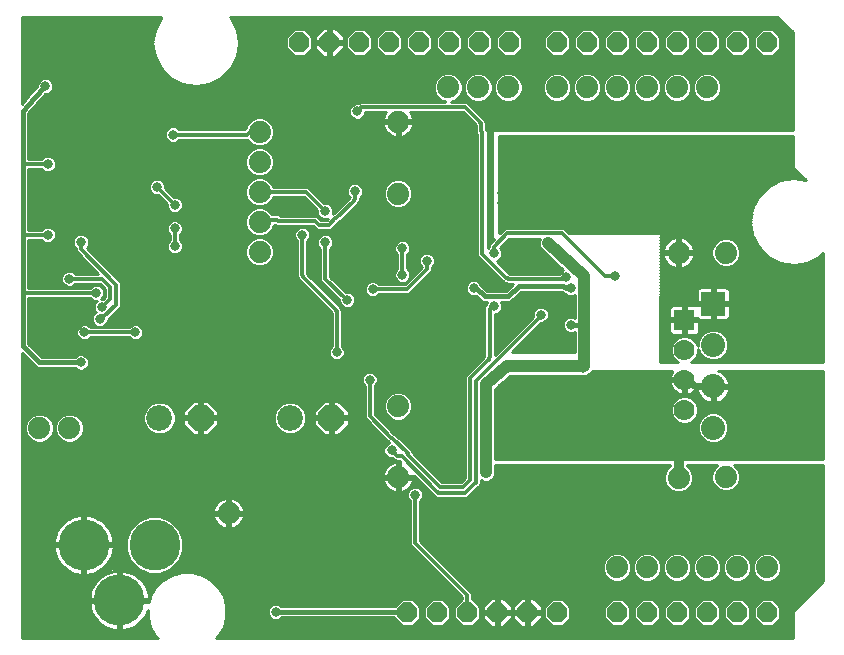
<source format=gbl>
G75*
G70*
%OFA0B0*%
%FSLAX24Y24*%
%IPPOS*%
%LPD*%
%AMOC8*
5,1,8,0,0,1.08239X$1,22.5*
%
%ADD10OC8,0.0660*%
%ADD11C,0.1700*%
%ADD12R,0.0800X0.0800*%
%ADD13C,0.0800*%
%ADD14C,0.0740*%
%ADD15C,0.0700*%
%ADD16R,0.0700X0.0700*%
%ADD17C,0.0860*%
%ADD18OC8,0.0860*%
%ADD19C,0.0100*%
%ADD20C,0.0436*%
%ADD21C,0.0318*%
%ADD22C,0.0120*%
%ADD23C,0.0397*%
%ADD24C,0.0240*%
%ADD25C,0.0320*%
%ADD26C,0.0160*%
%ADD27C,0.0400*%
D10*
X015802Y002280D03*
X016802Y002280D03*
X017802Y002280D03*
X018802Y002280D03*
X019802Y002280D03*
X020802Y002280D03*
X022802Y002280D03*
X023802Y002280D03*
X024802Y002280D03*
X025802Y002280D03*
X026802Y002280D03*
X027802Y002280D03*
X027802Y021280D03*
X026802Y021280D03*
X025802Y021280D03*
X024802Y021280D03*
X023802Y021280D03*
X022802Y021280D03*
X021802Y021280D03*
X020802Y021280D03*
X019202Y021280D03*
X018202Y021280D03*
X017202Y021280D03*
X016202Y021280D03*
X015202Y021280D03*
X014202Y021280D03*
X013202Y021280D03*
X012202Y021280D03*
D11*
X007387Y004530D03*
X006205Y002680D03*
X005024Y004530D03*
D12*
X026005Y012569D03*
D13*
X026005Y011191D03*
X026005Y009813D03*
X026005Y008436D03*
D14*
X026424Y006792D03*
X024849Y006772D03*
X024802Y003780D03*
X023802Y003780D03*
X022802Y003780D03*
X025802Y003780D03*
X026802Y003780D03*
X027802Y003780D03*
X015499Y006792D03*
X015499Y009154D03*
X009849Y005591D03*
X004546Y008422D03*
X003546Y008422D03*
X010883Y014300D03*
X010883Y015300D03*
X010883Y016300D03*
X010883Y017300D03*
X010883Y018300D03*
X015499Y018642D03*
X017174Y019780D03*
X018174Y019780D03*
X019174Y019780D03*
X020802Y019780D03*
X021802Y019780D03*
X022802Y019780D03*
X023802Y019780D03*
X024802Y019780D03*
X025802Y019780D03*
X026424Y014272D03*
X024849Y014272D03*
X015499Y016241D03*
D15*
X025046Y011032D03*
X025046Y010032D03*
X025046Y009032D03*
D16*
X025046Y012032D03*
D17*
X011894Y008760D03*
X007544Y008760D03*
D18*
X008919Y008760D03*
X013269Y008760D03*
D19*
X002952Y010930D02*
X002952Y001430D01*
X007492Y001430D01*
X007413Y001509D01*
X007241Y001808D01*
X007151Y002141D01*
X007151Y002356D01*
X007131Y002296D01*
X007082Y002195D01*
X007022Y002100D01*
X006952Y002012D01*
X006873Y001933D01*
X006785Y001863D01*
X006690Y001803D01*
X006589Y001754D01*
X006483Y001717D01*
X006373Y001692D01*
X006262Y001680D01*
X006255Y001680D01*
X006255Y002629D01*
X006155Y002629D01*
X006155Y001680D01*
X006149Y001680D01*
X006038Y001692D01*
X005928Y001717D01*
X005822Y001754D01*
X005721Y001803D01*
X005626Y001863D01*
X005538Y001933D01*
X005459Y002012D01*
X005389Y002100D01*
X005329Y002195D01*
X005280Y002296D01*
X005243Y002402D01*
X005218Y002512D01*
X005205Y002623D01*
X005205Y002630D01*
X006155Y002630D01*
X006155Y002730D01*
X006155Y003680D01*
X006149Y003680D01*
X006038Y003667D01*
X005928Y003642D01*
X005822Y003605D01*
X005721Y003556D01*
X005626Y003496D01*
X005538Y003426D01*
X005459Y003347D01*
X005389Y003259D01*
X005329Y003164D01*
X005280Y003063D01*
X005243Y002957D01*
X005218Y002847D01*
X005205Y002736D01*
X005205Y002730D01*
X006155Y002730D01*
X006255Y002730D01*
X006255Y003680D01*
X006262Y003680D01*
X006373Y003667D01*
X006483Y003642D01*
X006589Y003605D01*
X006690Y003556D01*
X006785Y003496D01*
X006873Y003426D01*
X006952Y003347D01*
X007022Y003259D01*
X007082Y003164D01*
X007131Y003063D01*
X007168Y002957D01*
X007193Y002847D01*
X007205Y002736D01*
X007205Y002730D01*
X006256Y002730D01*
X006256Y002630D01*
X007190Y002630D01*
X007241Y002819D01*
X007413Y003118D01*
X007657Y003362D01*
X007956Y003534D01*
X008289Y003623D01*
X008634Y003623D01*
X008967Y003534D01*
X009266Y003362D01*
X009509Y003118D01*
X009682Y002819D01*
X009771Y002486D01*
X009771Y002141D01*
X009682Y001808D01*
X009509Y001509D01*
X009430Y001430D01*
X028652Y001430D01*
X028652Y002218D01*
X028652Y002342D01*
X029652Y003342D01*
X029652Y007186D01*
X026708Y007186D01*
X026830Y007063D01*
X026903Y006887D01*
X026903Y006696D01*
X026830Y006520D01*
X026695Y006386D01*
X026519Y006313D01*
X026329Y006313D01*
X026153Y006386D01*
X026018Y006520D01*
X025945Y006696D01*
X025945Y006887D01*
X026018Y007063D01*
X026140Y007186D01*
X025118Y007186D01*
X025118Y007179D01*
X025120Y007178D01*
X025255Y007043D01*
X025328Y006867D01*
X025328Y006677D01*
X025255Y006501D01*
X025120Y006366D01*
X024944Y006293D01*
X024754Y006293D01*
X024578Y006366D01*
X024443Y006501D01*
X024370Y006677D01*
X024370Y006867D01*
X024443Y007043D01*
X024578Y007178D01*
X024580Y007179D01*
X024580Y007186D01*
X018741Y007186D01*
X018741Y006888D01*
X018694Y006774D01*
X018607Y006687D01*
X018493Y006640D01*
X018370Y006640D01*
X018266Y006683D01*
X018266Y006666D01*
X018266Y006608D01*
X018266Y006608D01*
X018266Y006596D01*
X018258Y006588D01*
X018230Y006520D01*
X018230Y006508D01*
X018218Y006496D01*
X018180Y006458D01*
X018180Y006458D01*
X018134Y006413D01*
X017912Y006190D01*
X017813Y006091D01*
X016959Y006091D01*
X016889Y006091D01*
X016865Y006091D01*
X016831Y006091D01*
X016819Y006091D01*
X016811Y006099D01*
X016742Y006128D01*
X016731Y006128D01*
X016718Y006141D01*
X016681Y006177D01*
X016681Y006177D01*
X016635Y006223D01*
X016017Y006842D01*
X015549Y006842D01*
X015549Y006742D01*
X016017Y006742D01*
X016006Y006670D01*
X015981Y006592D01*
X015943Y006519D01*
X015895Y006453D01*
X015837Y006395D01*
X015771Y006347D01*
X015698Y006310D01*
X015621Y006285D01*
X015549Y006273D01*
X015549Y006742D01*
X015449Y006742D01*
X015449Y006273D01*
X015377Y006285D01*
X015299Y006310D01*
X015226Y006347D01*
X015160Y006395D01*
X015102Y006453D01*
X015054Y006519D01*
X015017Y006592D01*
X014992Y006670D01*
X014980Y006742D01*
X015449Y006742D01*
X015449Y006842D01*
X015449Y007310D01*
X015377Y007299D01*
X015299Y007274D01*
X015226Y007237D01*
X015160Y007188D01*
X015102Y007131D01*
X015054Y007064D01*
X015017Y006991D01*
X014992Y006914D01*
X014980Y006842D01*
X015449Y006842D01*
X015549Y006842D01*
X015549Y007310D01*
X015547Y007312D01*
X015531Y007312D01*
X015472Y007312D01*
X015461Y007312D01*
X015453Y007320D01*
X015384Y007348D01*
X015372Y007348D01*
X015358Y007363D01*
X015323Y007398D01*
X015311Y007410D01*
X015229Y007410D01*
X015130Y007450D01*
X015055Y007526D01*
X015014Y007624D01*
X015014Y007731D01*
X015055Y007829D01*
X015130Y007905D01*
X015200Y007934D01*
X015188Y007946D01*
X015154Y007980D01*
X015154Y007980D01*
X015109Y008025D01*
X014484Y008650D01*
X014385Y008749D01*
X014385Y009830D01*
X014327Y009888D01*
X014286Y009986D01*
X014286Y010093D01*
X014327Y010192D01*
X014402Y010267D01*
X014501Y010308D01*
X014607Y010308D01*
X014706Y010267D01*
X014781Y010192D01*
X014822Y010093D01*
X014822Y009986D01*
X014781Y009888D01*
X014723Y009830D01*
X014723Y008889D01*
X015348Y008264D01*
X015372Y008240D01*
X015411Y008240D01*
X015510Y008141D01*
X015510Y008141D01*
X015867Y007784D01*
X015916Y007735D01*
X015916Y007735D01*
X015955Y007696D01*
X015966Y007686D01*
X015966Y007674D01*
X015994Y007606D01*
X016002Y007597D01*
X016002Y007590D01*
X016930Y006663D01*
X016930Y006663D01*
X016966Y006626D01*
X017018Y006626D01*
X017594Y006626D01*
X017699Y006731D01*
X017731Y006763D01*
X017731Y006815D01*
X017731Y010149D01*
X014799Y010149D01*
X014822Y010050D02*
X017731Y010050D01*
X017731Y009952D02*
X014808Y009952D01*
X014746Y009853D02*
X017731Y009853D01*
X017731Y009755D02*
X014723Y009755D01*
X014723Y009656D02*
X017731Y009656D01*
X017731Y009558D02*
X015773Y009558D01*
X015770Y009560D02*
X015594Y009633D01*
X015403Y009633D01*
X015227Y009560D01*
X015093Y009425D01*
X015020Y009249D01*
X015020Y009059D01*
X015093Y008883D01*
X015227Y008748D01*
X015403Y008675D01*
X015594Y008675D01*
X015770Y008748D01*
X015905Y008883D01*
X015978Y009059D01*
X015978Y009249D01*
X015905Y009425D01*
X015770Y009560D01*
X015871Y009459D02*
X017731Y009459D01*
X017731Y009361D02*
X015932Y009361D01*
X015973Y009262D02*
X017731Y009262D01*
X017731Y009163D02*
X015978Y009163D01*
X015978Y009065D02*
X017731Y009065D01*
X017731Y008966D02*
X015939Y008966D01*
X015890Y008868D02*
X017731Y008868D01*
X017731Y008769D02*
X015791Y008769D01*
X015206Y008769D02*
X014843Y008769D01*
X014941Y008671D02*
X017731Y008671D01*
X017731Y008572D02*
X015040Y008572D01*
X015139Y008474D02*
X017731Y008474D01*
X017731Y008375D02*
X015237Y008375D01*
X015336Y008277D02*
X017731Y008277D01*
X017731Y008178D02*
X015474Y008178D01*
X015572Y008079D02*
X017731Y008079D01*
X017731Y007981D02*
X015671Y007981D01*
X015769Y007882D02*
X017731Y007882D01*
X017731Y007784D02*
X015868Y007784D01*
X015966Y007685D02*
X017731Y007685D01*
X017731Y007587D02*
X016006Y007587D01*
X016104Y007488D02*
X017731Y007488D01*
X017731Y007390D02*
X016203Y007390D01*
X016301Y007291D02*
X017731Y007291D01*
X017731Y007193D02*
X016400Y007193D01*
X016498Y007094D02*
X017731Y007094D01*
X017731Y006996D02*
X016597Y006996D01*
X016696Y006897D02*
X017731Y006897D01*
X017731Y006798D02*
X016794Y006798D01*
X016893Y006700D02*
X017668Y006700D01*
X018027Y006306D02*
X024723Y006306D01*
X024539Y006404D02*
X018126Y006404D01*
X018224Y006503D02*
X024442Y006503D01*
X024401Y006601D02*
X018266Y006601D01*
X018619Y006700D02*
X024370Y006700D01*
X024370Y006798D02*
X018704Y006798D01*
X018741Y006897D02*
X024382Y006897D01*
X024423Y006996D02*
X018741Y006996D01*
X018741Y007094D02*
X024494Y007094D01*
X025159Y006404D02*
X026134Y006404D01*
X026035Y006503D02*
X025256Y006503D01*
X025297Y006601D02*
X025984Y006601D01*
X025945Y006700D02*
X025328Y006700D01*
X025328Y006798D02*
X025945Y006798D01*
X025949Y006897D02*
X025316Y006897D01*
X025275Y006996D02*
X025990Y006996D01*
X026049Y007094D02*
X025205Y007094D01*
X024975Y006306D02*
X029652Y006306D01*
X029652Y006404D02*
X026714Y006404D01*
X026812Y006503D02*
X029652Y006503D01*
X029652Y006601D02*
X026864Y006601D01*
X026903Y006700D02*
X029652Y006700D01*
X029652Y006798D02*
X026903Y006798D01*
X026899Y006897D02*
X029652Y006897D01*
X029652Y006996D02*
X026858Y006996D01*
X026799Y007094D02*
X029652Y007094D01*
X029652Y007382D02*
X018741Y007382D01*
X018741Y009740D01*
X019245Y010174D01*
X021577Y010174D01*
X021597Y010165D01*
X021704Y010165D01*
X021724Y010174D01*
X021761Y010174D01*
X021875Y010221D01*
X021961Y010308D01*
X021973Y010335D01*
X024648Y010335D01*
X024618Y010294D01*
X024583Y010224D01*
X024558Y010149D01*
X019216Y010149D01*
X019102Y010050D02*
X024996Y010050D01*
X024996Y010082D02*
X024996Y009982D01*
X024548Y009982D01*
X024558Y009915D01*
X024583Y009840D01*
X024618Y009770D01*
X024665Y009706D01*
X024720Y009651D01*
X024784Y009604D01*
X024854Y009569D01*
X024929Y009544D01*
X024996Y009534D01*
X024996Y009982D01*
X025096Y009982D01*
X025096Y009534D01*
X025163Y009544D01*
X025238Y009569D01*
X025308Y009604D01*
X025372Y009651D01*
X025427Y009706D01*
X025458Y009749D01*
X025468Y009685D01*
X025495Y009602D01*
X025534Y009525D01*
X025585Y009455D01*
X025646Y009394D01*
X025716Y009343D01*
X025794Y009304D01*
X025876Y009277D01*
X025955Y009264D01*
X025955Y009763D01*
X026055Y009763D01*
X026055Y009863D01*
X026554Y009863D01*
X026541Y009942D01*
X026514Y010025D01*
X026475Y010102D01*
X026424Y010172D01*
X026363Y010233D01*
X026293Y010284D01*
X026216Y010323D01*
X026179Y010335D01*
X029652Y010335D01*
X029652Y007382D01*
X029652Y007390D02*
X018741Y007390D01*
X018741Y007488D02*
X029652Y007488D01*
X029652Y007587D02*
X018741Y007587D01*
X018741Y007685D02*
X029652Y007685D01*
X029652Y007784D02*
X018741Y007784D01*
X018741Y007882D02*
X029652Y007882D01*
X029652Y007981D02*
X026237Y007981D01*
X026293Y008004D02*
X026436Y008147D01*
X026514Y008334D01*
X026514Y008537D01*
X026436Y008724D01*
X026293Y008867D01*
X026106Y008945D01*
X025903Y008945D01*
X025716Y008867D01*
X025573Y008724D01*
X025496Y008537D01*
X025496Y008334D01*
X025573Y008147D01*
X025716Y008004D01*
X025903Y007926D01*
X026106Y007926D01*
X026293Y008004D01*
X026369Y008079D02*
X029652Y008079D01*
X029652Y008178D02*
X026449Y008178D01*
X026490Y008277D02*
X029652Y008277D01*
X029652Y008375D02*
X026514Y008375D01*
X026514Y008474D02*
X029652Y008474D01*
X029652Y008572D02*
X026499Y008572D01*
X026458Y008671D02*
X029652Y008671D01*
X029652Y008769D02*
X026391Y008769D01*
X026291Y008868D02*
X029652Y008868D01*
X029652Y008966D02*
X025505Y008966D01*
X025505Y008941D02*
X025435Y008772D01*
X025306Y008643D01*
X025137Y008573D01*
X024955Y008573D01*
X024786Y008643D01*
X024657Y008772D01*
X024587Y008941D01*
X024587Y009123D01*
X024657Y009292D01*
X024786Y009421D01*
X024955Y009491D01*
X025137Y009491D01*
X025306Y009421D01*
X025435Y009292D01*
X025505Y009123D01*
X025505Y008941D01*
X025475Y008868D02*
X025718Y008868D01*
X025619Y008769D02*
X025432Y008769D01*
X025334Y008671D02*
X025551Y008671D01*
X025510Y008572D02*
X018741Y008572D01*
X018741Y008474D02*
X025496Y008474D01*
X025496Y008375D02*
X018741Y008375D01*
X018741Y008277D02*
X025519Y008277D01*
X025560Y008178D02*
X018741Y008178D01*
X018741Y008079D02*
X025641Y008079D01*
X025772Y007981D02*
X018741Y007981D01*
X018741Y008671D02*
X024758Y008671D01*
X024659Y008769D02*
X018741Y008769D01*
X018741Y008868D02*
X024617Y008868D01*
X024587Y008966D02*
X018741Y008966D01*
X018741Y009065D02*
X024587Y009065D01*
X024604Y009163D02*
X018741Y009163D01*
X018741Y009262D02*
X024644Y009262D01*
X024725Y009361D02*
X018741Y009361D01*
X018741Y009459D02*
X024878Y009459D01*
X024888Y009558D02*
X018741Y009558D01*
X018741Y009656D02*
X024715Y009656D01*
X024629Y009755D02*
X018757Y009755D01*
X018872Y009853D02*
X024578Y009853D01*
X024552Y009952D02*
X018987Y009952D01*
X018224Y010642D02*
X005196Y010642D01*
X005196Y010664D02*
X005155Y010763D01*
X005080Y010838D01*
X004981Y010879D01*
X004875Y010879D01*
X004776Y010838D01*
X004738Y010800D01*
X003616Y010800D01*
X003176Y011240D01*
X003176Y012764D01*
X005230Y012764D01*
X005288Y012706D01*
X005386Y012665D01*
X005462Y012665D01*
X005409Y012613D01*
X005368Y012514D01*
X003176Y012514D01*
X003176Y012612D02*
X005409Y012612D01*
X005368Y012514D02*
X005368Y012408D01*
X005409Y012309D01*
X005419Y012300D01*
X005406Y012295D01*
X005331Y012219D01*
X005290Y012121D01*
X005290Y012014D01*
X005331Y011916D01*
X005406Y011840D01*
X005504Y011799D01*
X005611Y011799D01*
X005710Y011840D01*
X005785Y011916D01*
X005826Y012014D01*
X005826Y012018D01*
X006179Y012371D01*
X006278Y012470D01*
X006278Y013139D01*
X006278Y013279D01*
X005119Y014438D01*
X005155Y014475D01*
X005196Y014573D01*
X005196Y014680D01*
X005155Y014778D01*
X005080Y014854D01*
X004981Y014895D01*
X004875Y014895D01*
X004776Y014854D01*
X004701Y014778D01*
X004660Y014680D01*
X004660Y014573D01*
X004701Y014475D01*
X004759Y014416D01*
X004759Y014320D01*
X004858Y014221D01*
X005504Y013575D01*
X004744Y013575D01*
X004686Y013633D01*
X004587Y013674D01*
X004481Y013674D01*
X004382Y013633D01*
X004307Y013558D01*
X004266Y013459D01*
X004266Y013353D01*
X004307Y013254D01*
X004382Y013179D01*
X004481Y013138D01*
X004587Y013138D01*
X004686Y013179D01*
X004744Y013237D01*
X005566Y013237D01*
X005743Y013060D01*
X005743Y012807D01*
X005666Y012729D01*
X005614Y012729D01*
X005667Y012782D01*
X005708Y012880D01*
X005708Y012987D01*
X005667Y013085D01*
X005592Y013161D01*
X005493Y013202D01*
X005386Y013202D01*
X005288Y013161D01*
X005230Y013103D01*
X003176Y013103D01*
X003176Y014694D01*
X003615Y014694D01*
X003674Y014635D01*
X003772Y014595D01*
X003879Y014595D01*
X003977Y014635D01*
X004053Y014711D01*
X004094Y014809D01*
X004094Y014916D01*
X004053Y015015D01*
X003977Y015090D01*
X003879Y015131D01*
X003772Y015131D01*
X003674Y015090D01*
X003615Y015032D01*
X003176Y015032D01*
X003176Y017056D01*
X003615Y017056D01*
X003674Y016998D01*
X003772Y016957D01*
X003879Y016957D01*
X003977Y016998D01*
X004053Y017073D01*
X004094Y017172D01*
X004094Y017278D01*
X004053Y017377D01*
X003977Y017452D01*
X003879Y017493D01*
X003772Y017493D01*
X003674Y017452D01*
X003615Y017394D01*
X003176Y017394D01*
X003176Y018913D01*
X003493Y019303D01*
X003746Y019555D01*
X003800Y019555D01*
X003899Y019596D01*
X003974Y019671D01*
X004015Y019770D01*
X004015Y019877D01*
X003974Y019975D01*
X003899Y020051D01*
X003800Y020091D01*
X003693Y020091D01*
X003595Y020051D01*
X003519Y019975D01*
X003479Y019877D01*
X003479Y019823D01*
X003267Y019611D01*
X003256Y019610D01*
X003213Y019557D01*
X003164Y019508D01*
X003164Y019497D01*
X002952Y019237D01*
X002952Y022130D01*
X007609Y022130D01*
X007588Y022109D01*
X007383Y021707D01*
X007383Y021707D01*
X007312Y021260D01*
X007383Y020814D01*
X007588Y020411D01*
X007908Y020092D01*
X008310Y019887D01*
X008757Y019816D01*
X009203Y019887D01*
X009605Y020092D01*
X009605Y020092D01*
X009925Y020411D01*
X009925Y020411D01*
X010130Y020814D01*
X010201Y021260D01*
X010201Y021260D01*
X010130Y021707D01*
X009925Y022109D01*
X009904Y022130D01*
X028140Y022130D01*
X028652Y021618D01*
X028652Y018357D01*
X018629Y018357D01*
X018629Y014715D01*
X018705Y014715D01*
X018529Y014539D01*
X018529Y014463D01*
X018483Y014417D01*
X018483Y018166D01*
X018483Y018220D01*
X018483Y018236D01*
X018483Y018248D01*
X018483Y018295D01*
X018483Y018306D01*
X018475Y018314D01*
X018446Y018383D01*
X018446Y018394D01*
X018435Y018406D01*
X018424Y018417D01*
X018424Y018481D01*
X018424Y018508D01*
X018424Y018609D01*
X018424Y018621D01*
X018415Y018629D01*
X018387Y018698D01*
X018387Y018709D01*
X018375Y018722D01*
X018338Y018759D01*
X018289Y018808D01*
X017892Y019204D01*
X017793Y019303D01*
X017275Y019303D01*
X017445Y019374D01*
X017580Y019509D01*
X017653Y019685D01*
X017653Y019875D01*
X017580Y020051D01*
X017445Y020186D01*
X017269Y020259D01*
X017079Y020259D01*
X016903Y020186D01*
X016768Y020051D01*
X016695Y019875D01*
X016695Y019685D01*
X016768Y019509D01*
X016903Y019374D01*
X017073Y019303D01*
X014420Y019303D01*
X014402Y019303D01*
X014291Y019303D01*
X014280Y019303D01*
X014272Y019295D01*
X014203Y019267D01*
X014191Y019267D01*
X014178Y019253D01*
X014169Y019245D01*
X014087Y019245D01*
X013989Y019204D01*
X013913Y019129D01*
X013872Y019030D01*
X013872Y018924D01*
X013913Y018825D01*
X013989Y018750D01*
X014087Y018709D01*
X014194Y018709D01*
X014292Y018750D01*
X014368Y018825D01*
X014409Y018924D01*
X014409Y018965D01*
X014420Y018965D01*
X015091Y018965D01*
X015054Y018915D01*
X015017Y018842D01*
X014992Y018764D01*
X014980Y018692D01*
X015449Y018692D01*
X015449Y018592D01*
X015549Y018592D01*
X015549Y018692D01*
X016017Y018692D01*
X016006Y018764D01*
X015981Y018842D01*
X015943Y018915D01*
X015907Y018965D01*
X017653Y018965D01*
X018050Y018569D01*
X018086Y018533D01*
X018086Y018507D01*
X018086Y018481D01*
X018086Y018277D01*
X018110Y018253D01*
X018145Y018218D01*
X018145Y018166D01*
X018145Y014163D01*
X018244Y014064D01*
X018935Y013373D01*
X018935Y013373D01*
X018984Y013323D01*
X018984Y013323D01*
X019023Y013284D01*
X019034Y013274D01*
X019045Y013274D01*
X019114Y013245D01*
X019122Y013237D01*
X019348Y013237D01*
X019088Y013004D01*
X018467Y013004D01*
X018267Y013191D01*
X018246Y013243D01*
X018170Y013318D01*
X018072Y013359D01*
X017965Y013359D01*
X017867Y013318D01*
X017791Y013243D01*
X017750Y013144D01*
X017750Y013038D01*
X017791Y012939D01*
X017867Y012864D01*
X017965Y012823D01*
X018072Y012823D01*
X018096Y012833D01*
X018261Y012679D01*
X018314Y012626D01*
X018318Y012626D01*
X018321Y012624D01*
X018396Y012626D01*
X018464Y012626D01*
X018429Y012544D01*
X018429Y012527D01*
X018403Y012511D01*
X018397Y012488D01*
X018381Y012472D01*
X018381Y012423D01*
X018369Y012375D01*
X018381Y012355D01*
X018381Y010851D01*
X018381Y010799D01*
X018348Y010766D01*
X017830Y010248D01*
X017731Y010149D01*
X017829Y010247D02*
X014725Y010247D01*
X014382Y010247D02*
X002952Y010247D01*
X002952Y010149D02*
X014309Y010149D01*
X014286Y010050D02*
X002952Y010050D01*
X002952Y009952D02*
X014300Y009952D01*
X014361Y009853D02*
X002952Y009853D01*
X002952Y009755D02*
X014385Y009755D01*
X014385Y009656D02*
X002952Y009656D01*
X002952Y009558D02*
X014385Y009558D01*
X014385Y009459D02*
X002952Y009459D01*
X002952Y009361D02*
X014385Y009361D01*
X014385Y009262D02*
X013588Y009262D01*
X013510Y009340D02*
X013319Y009340D01*
X013319Y008810D01*
X013219Y008810D01*
X013219Y008710D01*
X012689Y008710D01*
X012689Y008520D01*
X013029Y008180D01*
X013219Y008180D01*
X013219Y008710D01*
X013319Y008710D01*
X013319Y008180D01*
X013510Y008180D01*
X013849Y008520D01*
X013849Y008710D01*
X013320Y008710D01*
X013320Y008810D01*
X013849Y008810D01*
X013849Y009001D01*
X013510Y009340D01*
X013319Y009262D02*
X013219Y009262D01*
X013219Y009340D02*
X013029Y009340D01*
X012689Y009001D01*
X012689Y008810D01*
X013219Y008810D01*
X013219Y009340D01*
X013219Y009163D02*
X013319Y009163D01*
X013319Y009065D02*
X013219Y009065D01*
X013219Y008966D02*
X013319Y008966D01*
X013319Y008868D02*
X013219Y008868D01*
X013219Y008769D02*
X012433Y008769D01*
X012433Y008671D02*
X012689Y008671D01*
X012689Y008572D02*
X012400Y008572D01*
X012433Y008653D02*
X012351Y008455D01*
X012200Y008303D01*
X012002Y008221D01*
X011787Y008221D01*
X011589Y008303D01*
X011437Y008455D01*
X011355Y008653D01*
X011355Y008868D01*
X011356Y008868D02*
X009499Y008868D01*
X009499Y008810D02*
X009499Y009001D01*
X009159Y009340D01*
X008969Y009340D01*
X008969Y008810D01*
X009499Y008810D01*
X009499Y008710D02*
X008969Y008710D01*
X008969Y008180D01*
X009159Y008180D01*
X009499Y008520D01*
X009499Y008710D01*
X009499Y008671D02*
X011355Y008671D01*
X011355Y008769D02*
X008969Y008769D01*
X008969Y008810D02*
X008969Y008710D01*
X008869Y008710D01*
X008869Y008180D01*
X008679Y008180D01*
X008339Y008520D01*
X008339Y008710D01*
X008869Y008710D01*
X008869Y008810D01*
X008339Y008810D01*
X008339Y009001D01*
X008679Y009340D01*
X008869Y009340D01*
X008869Y008810D01*
X008969Y008810D01*
X008969Y008868D02*
X008869Y008868D01*
X008869Y008966D02*
X008969Y008966D01*
X008969Y009065D02*
X008869Y009065D01*
X008869Y009163D02*
X008969Y009163D01*
X008969Y009262D02*
X008869Y009262D01*
X008601Y009262D02*
X007741Y009262D01*
X007651Y009299D02*
X007849Y009217D01*
X008001Y009066D01*
X008083Y008868D01*
X008339Y008868D01*
X008339Y008966D02*
X008042Y008966D01*
X008083Y008868D02*
X008083Y008653D01*
X008001Y008455D01*
X007849Y008303D01*
X007651Y008221D01*
X007437Y008221D01*
X007239Y008303D01*
X007087Y008455D01*
X007005Y008653D01*
X007005Y008868D01*
X004721Y008868D01*
X004641Y008901D02*
X004451Y008901D01*
X004275Y008828D01*
X004140Y008693D01*
X004067Y008517D01*
X004067Y008326D01*
X004140Y008150D01*
X004275Y008016D01*
X004451Y007943D01*
X004641Y007943D01*
X004817Y008016D01*
X004952Y008150D01*
X005025Y008326D01*
X005025Y008517D01*
X004952Y008693D01*
X004817Y008828D01*
X004641Y008901D01*
X004876Y008769D02*
X007005Y008769D01*
X007005Y008671D02*
X004961Y008671D01*
X005002Y008572D02*
X007038Y008572D01*
X007079Y008474D02*
X005025Y008474D01*
X005025Y008375D02*
X007167Y008375D01*
X007303Y008277D02*
X005004Y008277D01*
X004964Y008178D02*
X014956Y008178D01*
X014858Y008277D02*
X013606Y008277D01*
X013704Y008375D02*
X014759Y008375D01*
X014660Y008474D02*
X013803Y008474D01*
X013849Y008572D02*
X014562Y008572D01*
X014463Y008671D02*
X013849Y008671D01*
X013849Y008868D02*
X014385Y008868D01*
X014385Y008966D02*
X013849Y008966D01*
X013785Y009065D02*
X014385Y009065D01*
X014385Y009163D02*
X013686Y009163D01*
X013320Y008769D02*
X014385Y008769D01*
X014723Y008966D02*
X015058Y008966D01*
X015020Y009065D02*
X014723Y009065D01*
X014723Y009163D02*
X015020Y009163D01*
X015025Y009262D02*
X014723Y009262D01*
X014723Y009361D02*
X015066Y009361D01*
X015126Y009459D02*
X014723Y009459D01*
X014723Y009558D02*
X015225Y009558D01*
X015107Y008868D02*
X014744Y008868D01*
X015055Y008079D02*
X004881Y008079D01*
X004734Y007981D02*
X015153Y007981D01*
X015108Y007882D02*
X002952Y007882D01*
X002952Y007784D02*
X015036Y007784D01*
X015014Y007685D02*
X002952Y007685D01*
X002952Y007587D02*
X015030Y007587D01*
X015092Y007488D02*
X002952Y007488D01*
X002952Y007390D02*
X015331Y007390D01*
X015353Y007291D02*
X002952Y007291D01*
X002952Y007193D02*
X015166Y007193D01*
X015076Y007094D02*
X002952Y007094D01*
X002952Y006996D02*
X015019Y006996D01*
X014989Y006897D02*
X002952Y006897D01*
X002952Y006798D02*
X015449Y006798D01*
X015449Y006700D02*
X015549Y006700D01*
X015549Y006798D02*
X016060Y006798D01*
X016011Y006700D02*
X016159Y006700D01*
X016257Y006601D02*
X015984Y006601D01*
X015931Y006503D02*
X016356Y006503D01*
X016454Y006404D02*
X016246Y006404D01*
X016221Y006429D02*
X016123Y006469D01*
X016016Y006469D01*
X015918Y006429D01*
X015842Y006353D01*
X015801Y006255D01*
X015801Y006148D01*
X015842Y006049D01*
X015901Y005991D01*
X015901Y004657D01*
X015901Y004517D01*
X017633Y002785D01*
X017633Y002719D01*
X017620Y002719D01*
X017363Y002462D01*
X017363Y002098D01*
X017620Y001841D01*
X017984Y001841D01*
X018241Y002098D01*
X018241Y002462D01*
X017984Y002719D01*
X017971Y002719D01*
X017971Y002925D01*
X017872Y003024D01*
X016239Y004657D01*
X016239Y005991D01*
X016297Y006049D01*
X016338Y006148D01*
X016338Y006255D01*
X016297Y006353D01*
X016221Y006429D01*
X016316Y006306D02*
X016553Y006306D01*
X016651Y006207D02*
X016338Y006207D01*
X016321Y006109D02*
X016789Y006109D01*
X016258Y006010D02*
X029652Y006010D01*
X029652Y005912D02*
X016239Y005912D01*
X016239Y005813D02*
X029652Y005813D01*
X029652Y005714D02*
X016239Y005714D01*
X016239Y005616D02*
X029652Y005616D01*
X029652Y005517D02*
X016239Y005517D01*
X016239Y005419D02*
X029652Y005419D01*
X029652Y005320D02*
X016239Y005320D01*
X016239Y005222D02*
X029652Y005222D01*
X029652Y005123D02*
X016239Y005123D01*
X016239Y005025D02*
X029652Y005025D01*
X029652Y004926D02*
X016239Y004926D01*
X016239Y004828D02*
X029652Y004828D01*
X029652Y004729D02*
X016239Y004729D01*
X016265Y004630D02*
X029652Y004630D01*
X029652Y004532D02*
X016364Y004532D01*
X016462Y004433D02*
X029652Y004433D01*
X029652Y004335D02*
X016561Y004335D01*
X016659Y004236D02*
X022652Y004236D01*
X022707Y004259D02*
X022531Y004186D01*
X022396Y004051D01*
X022323Y003875D01*
X022323Y003685D01*
X022396Y003509D01*
X022531Y003374D01*
X022707Y003301D01*
X022897Y003301D01*
X023073Y003374D01*
X023208Y003509D01*
X023281Y003685D01*
X023281Y003875D01*
X023208Y004051D01*
X023073Y004186D01*
X022897Y004259D01*
X022707Y004259D01*
X022952Y004236D02*
X023652Y004236D01*
X023707Y004259D02*
X023531Y004186D01*
X023396Y004051D01*
X023323Y003875D01*
X023323Y003685D01*
X023396Y003509D01*
X023531Y003374D01*
X023707Y003301D01*
X023897Y003301D01*
X024073Y003374D01*
X024208Y003509D01*
X024281Y003685D01*
X024281Y003875D01*
X024208Y004051D01*
X024073Y004186D01*
X023897Y004259D01*
X023707Y004259D01*
X023952Y004236D02*
X024652Y004236D01*
X024707Y004259D02*
X024531Y004186D01*
X024396Y004051D01*
X024323Y003875D01*
X024323Y003685D01*
X024396Y003509D01*
X024531Y003374D01*
X024707Y003301D01*
X024897Y003301D01*
X025073Y003374D01*
X025208Y003509D01*
X025281Y003685D01*
X025281Y003875D01*
X025208Y004051D01*
X025073Y004186D01*
X024897Y004259D01*
X024707Y004259D01*
X024952Y004236D02*
X025652Y004236D01*
X025707Y004259D02*
X025531Y004186D01*
X025396Y004051D01*
X025323Y003875D01*
X025323Y003685D01*
X025396Y003509D01*
X025531Y003374D01*
X025707Y003301D01*
X025897Y003301D01*
X026073Y003374D01*
X026208Y003509D01*
X026281Y003685D01*
X026281Y003875D01*
X026208Y004051D01*
X026073Y004186D01*
X025897Y004259D01*
X025707Y004259D01*
X025952Y004236D02*
X026652Y004236D01*
X026707Y004259D02*
X026531Y004186D01*
X026396Y004051D01*
X026323Y003875D01*
X026323Y003685D01*
X026396Y003509D01*
X026531Y003374D01*
X026707Y003301D01*
X026897Y003301D01*
X027073Y003374D01*
X027208Y003509D01*
X027281Y003685D01*
X027281Y003875D01*
X027208Y004051D01*
X027073Y004186D01*
X026897Y004259D01*
X026707Y004259D01*
X026952Y004236D02*
X027652Y004236D01*
X027707Y004259D02*
X027531Y004186D01*
X027396Y004051D01*
X027323Y003875D01*
X027323Y003685D01*
X027396Y003509D01*
X027531Y003374D01*
X027707Y003301D01*
X027897Y003301D01*
X028073Y003374D01*
X028208Y003509D01*
X028281Y003685D01*
X028281Y003875D01*
X028208Y004051D01*
X028073Y004186D01*
X027897Y004259D01*
X027707Y004259D01*
X027952Y004236D02*
X029652Y004236D01*
X029652Y004138D02*
X028122Y004138D01*
X028213Y004039D02*
X029652Y004039D01*
X029652Y003941D02*
X028254Y003941D01*
X028281Y003842D02*
X029652Y003842D01*
X029652Y003744D02*
X028281Y003744D01*
X028264Y003645D02*
X029652Y003645D01*
X029652Y003546D02*
X028224Y003546D01*
X028147Y003448D02*
X029652Y003448D01*
X029652Y003349D02*
X028014Y003349D01*
X027590Y003349D02*
X027014Y003349D01*
X027147Y003448D02*
X027456Y003448D01*
X027380Y003546D02*
X027224Y003546D01*
X027264Y003645D02*
X027339Y003645D01*
X027323Y003744D02*
X027281Y003744D01*
X027281Y003842D02*
X027323Y003842D01*
X027350Y003941D02*
X027254Y003941D01*
X027213Y004039D02*
X027391Y004039D01*
X027482Y004138D02*
X027122Y004138D01*
X026482Y004138D02*
X026122Y004138D01*
X026213Y004039D02*
X026391Y004039D01*
X026350Y003941D02*
X026254Y003941D01*
X026281Y003842D02*
X026323Y003842D01*
X026323Y003744D02*
X026281Y003744D01*
X026264Y003645D02*
X026339Y003645D01*
X026380Y003546D02*
X026224Y003546D01*
X026147Y003448D02*
X026456Y003448D01*
X026590Y003349D02*
X026014Y003349D01*
X025590Y003349D02*
X025014Y003349D01*
X025147Y003448D02*
X025456Y003448D01*
X025380Y003546D02*
X025224Y003546D01*
X025264Y003645D02*
X025339Y003645D01*
X025323Y003744D02*
X025281Y003744D01*
X025281Y003842D02*
X025323Y003842D01*
X025350Y003941D02*
X025254Y003941D01*
X025213Y004039D02*
X025391Y004039D01*
X025482Y004138D02*
X025122Y004138D01*
X024482Y004138D02*
X024122Y004138D01*
X024213Y004039D02*
X024391Y004039D01*
X024350Y003941D02*
X024254Y003941D01*
X024281Y003842D02*
X024323Y003842D01*
X024323Y003744D02*
X024281Y003744D01*
X024264Y003645D02*
X024339Y003645D01*
X024380Y003546D02*
X024224Y003546D01*
X024147Y003448D02*
X024456Y003448D01*
X024590Y003349D02*
X024014Y003349D01*
X023590Y003349D02*
X023014Y003349D01*
X023147Y003448D02*
X023456Y003448D01*
X023380Y003546D02*
X023224Y003546D01*
X023264Y003645D02*
X023339Y003645D01*
X023323Y003744D02*
X023281Y003744D01*
X023281Y003842D02*
X023323Y003842D01*
X023350Y003941D02*
X023254Y003941D01*
X023213Y004039D02*
X023391Y004039D01*
X023482Y004138D02*
X023122Y004138D01*
X022482Y004138D02*
X016758Y004138D01*
X016856Y004039D02*
X022391Y004039D01*
X022350Y003941D02*
X016955Y003941D01*
X017054Y003842D02*
X022323Y003842D01*
X022323Y003744D02*
X017152Y003744D01*
X017251Y003645D02*
X022339Y003645D01*
X022380Y003546D02*
X017349Y003546D01*
X017448Y003448D02*
X022456Y003448D01*
X022590Y003349D02*
X017546Y003349D01*
X017645Y003251D02*
X029561Y003251D01*
X029462Y003152D02*
X017743Y003152D01*
X017842Y003054D02*
X029364Y003054D01*
X029265Y002955D02*
X017940Y002955D01*
X017971Y002857D02*
X029166Y002857D01*
X029068Y002758D02*
X020002Y002758D01*
X020001Y002760D02*
X019850Y002760D01*
X019850Y002329D01*
X019753Y002329D01*
X019753Y002760D01*
X019603Y002760D01*
X019322Y002479D01*
X019322Y002328D01*
X019753Y002328D01*
X019753Y002231D01*
X019850Y002231D01*
X019850Y001800D01*
X020001Y001800D01*
X020282Y002081D01*
X020282Y002231D01*
X019851Y002231D01*
X019851Y002328D01*
X020282Y002328D01*
X020282Y002479D01*
X020001Y002760D01*
X020101Y002660D02*
X020561Y002660D01*
X020620Y002719D02*
X020363Y002462D01*
X020363Y002098D01*
X020620Y001841D01*
X020984Y001841D01*
X021241Y002098D01*
X021241Y002462D01*
X020984Y002719D01*
X020620Y002719D01*
X020462Y002561D02*
X020200Y002561D01*
X020282Y002463D02*
X020364Y002463D01*
X020363Y002364D02*
X020282Y002364D01*
X020363Y002265D02*
X019851Y002265D01*
X019753Y002265D02*
X018851Y002265D01*
X018851Y002231D02*
X018851Y002328D01*
X019282Y002328D01*
X019282Y002479D01*
X019001Y002760D01*
X018850Y002760D01*
X018850Y002329D01*
X018753Y002329D01*
X018753Y002760D01*
X018603Y002760D01*
X018322Y002479D01*
X018322Y002328D01*
X018753Y002328D01*
X018753Y002231D01*
X018850Y002231D01*
X018850Y001800D01*
X019001Y001800D01*
X019282Y002081D01*
X019282Y002231D01*
X018851Y002231D01*
X018850Y002167D02*
X018753Y002167D01*
X018753Y002231D02*
X018753Y001800D01*
X018603Y001800D01*
X018322Y002081D01*
X018322Y002231D01*
X018753Y002231D01*
X018753Y002265D02*
X018241Y002265D01*
X018241Y002167D02*
X018322Y002167D01*
X018335Y002068D02*
X018211Y002068D01*
X018113Y001970D02*
X018433Y001970D01*
X018532Y001871D02*
X018014Y001871D01*
X017590Y001871D02*
X017014Y001871D01*
X016984Y001841D02*
X017241Y002098D01*
X017241Y002462D01*
X016984Y002719D01*
X016620Y002719D01*
X016363Y002462D01*
X016363Y002098D01*
X016620Y001841D01*
X016984Y001841D01*
X017113Y001970D02*
X017491Y001970D01*
X017393Y002068D02*
X017211Y002068D01*
X017241Y002167D02*
X017363Y002167D01*
X017363Y002265D02*
X017241Y002265D01*
X017241Y002364D02*
X017363Y002364D01*
X017364Y002463D02*
X017240Y002463D01*
X017142Y002561D02*
X017462Y002561D01*
X017561Y002660D02*
X017043Y002660D01*
X017364Y003054D02*
X009546Y003054D01*
X009603Y002955D02*
X017462Y002955D01*
X017561Y002857D02*
X009660Y002857D01*
X009698Y002758D02*
X017633Y002758D01*
X017971Y002758D02*
X018601Y002758D01*
X018503Y002660D02*
X018043Y002660D01*
X018142Y002561D02*
X018404Y002561D01*
X018322Y002463D02*
X018240Y002463D01*
X018241Y002364D02*
X018322Y002364D01*
X018753Y002364D02*
X018850Y002364D01*
X018850Y002463D02*
X018753Y002463D01*
X018753Y002561D02*
X018850Y002561D01*
X018850Y002660D02*
X018753Y002660D01*
X018753Y002758D02*
X018850Y002758D01*
X019002Y002758D02*
X019601Y002758D01*
X019503Y002660D02*
X019101Y002660D01*
X019200Y002561D02*
X019404Y002561D01*
X019322Y002463D02*
X019282Y002463D01*
X019282Y002364D02*
X019322Y002364D01*
X019322Y002231D02*
X019322Y002081D01*
X019603Y001800D01*
X019753Y001800D01*
X019753Y002231D01*
X019322Y002231D01*
X019322Y002167D02*
X019282Y002167D01*
X019269Y002068D02*
X019335Y002068D01*
X019433Y001970D02*
X019170Y001970D01*
X019072Y001871D02*
X019532Y001871D01*
X019753Y001871D02*
X019850Y001871D01*
X019850Y001970D02*
X019753Y001970D01*
X019753Y002068D02*
X019850Y002068D01*
X019850Y002167D02*
X019753Y002167D01*
X019753Y002364D02*
X019850Y002364D01*
X019850Y002463D02*
X019753Y002463D01*
X019753Y002561D02*
X019850Y002561D01*
X019850Y002660D02*
X019753Y002660D01*
X019753Y002758D02*
X019850Y002758D01*
X020282Y002167D02*
X020363Y002167D01*
X020393Y002068D02*
X020269Y002068D01*
X020170Y001970D02*
X020491Y001970D01*
X020590Y001871D02*
X020072Y001871D01*
X021014Y001871D02*
X022590Y001871D01*
X022620Y001841D02*
X022984Y001841D01*
X023241Y002098D01*
X023241Y002462D01*
X022984Y002719D01*
X022620Y002719D01*
X022363Y002462D01*
X022363Y002098D01*
X022620Y001841D01*
X022491Y001970D02*
X021113Y001970D01*
X021211Y002068D02*
X022393Y002068D01*
X022363Y002167D02*
X021241Y002167D01*
X021241Y002265D02*
X022363Y002265D01*
X022363Y002364D02*
X021241Y002364D01*
X021240Y002463D02*
X022364Y002463D01*
X022462Y002561D02*
X021142Y002561D01*
X021043Y002660D02*
X022561Y002660D01*
X023043Y002660D02*
X023561Y002660D01*
X023620Y002719D02*
X023363Y002462D01*
X023363Y002098D01*
X023620Y001841D01*
X023984Y001841D01*
X024241Y002098D01*
X024241Y002462D01*
X023984Y002719D01*
X023620Y002719D01*
X023462Y002561D02*
X023142Y002561D01*
X023240Y002463D02*
X023364Y002463D01*
X023363Y002364D02*
X023241Y002364D01*
X023241Y002265D02*
X023363Y002265D01*
X023363Y002167D02*
X023241Y002167D01*
X023211Y002068D02*
X023393Y002068D01*
X023491Y001970D02*
X023113Y001970D01*
X023014Y001871D02*
X023590Y001871D01*
X024014Y001871D02*
X024590Y001871D01*
X024620Y001841D02*
X024984Y001841D01*
X025241Y002098D01*
X025241Y002462D01*
X024984Y002719D01*
X024620Y002719D01*
X024363Y002462D01*
X024363Y002098D01*
X024620Y001841D01*
X024491Y001970D02*
X024113Y001970D01*
X024211Y002068D02*
X024393Y002068D01*
X024363Y002167D02*
X024241Y002167D01*
X024241Y002265D02*
X024363Y002265D01*
X024363Y002364D02*
X024241Y002364D01*
X024240Y002463D02*
X024364Y002463D01*
X024462Y002561D02*
X024142Y002561D01*
X024043Y002660D02*
X024561Y002660D01*
X025043Y002660D02*
X025561Y002660D01*
X025620Y002719D02*
X025363Y002462D01*
X025363Y002098D01*
X025620Y001841D01*
X025984Y001841D01*
X026241Y002098D01*
X026241Y002462D01*
X025984Y002719D01*
X025620Y002719D01*
X025462Y002561D02*
X025142Y002561D01*
X025240Y002463D02*
X025364Y002463D01*
X025363Y002364D02*
X025241Y002364D01*
X025241Y002265D02*
X025363Y002265D01*
X025363Y002167D02*
X025241Y002167D01*
X025211Y002068D02*
X025393Y002068D01*
X025491Y001970D02*
X025113Y001970D01*
X025014Y001871D02*
X025590Y001871D01*
X026014Y001871D02*
X026590Y001871D01*
X026620Y001841D02*
X026984Y001841D01*
X027241Y002098D01*
X027241Y002462D01*
X026984Y002719D01*
X026620Y002719D01*
X026363Y002462D01*
X026363Y002098D01*
X026620Y001841D01*
X026491Y001970D02*
X026113Y001970D01*
X026211Y002068D02*
X026393Y002068D01*
X026363Y002167D02*
X026241Y002167D01*
X026241Y002265D02*
X026363Y002265D01*
X026363Y002364D02*
X026241Y002364D01*
X026240Y002463D02*
X026364Y002463D01*
X026462Y002561D02*
X026142Y002561D01*
X026043Y002660D02*
X026561Y002660D01*
X027043Y002660D02*
X027561Y002660D01*
X027620Y002719D02*
X027363Y002462D01*
X027363Y002098D01*
X027620Y001841D01*
X027984Y001841D01*
X028241Y002098D01*
X028241Y002462D01*
X027984Y002719D01*
X027620Y002719D01*
X027462Y002561D02*
X027142Y002561D01*
X027240Y002463D02*
X027364Y002463D01*
X027363Y002364D02*
X027241Y002364D01*
X027241Y002265D02*
X027363Y002265D01*
X027363Y002167D02*
X027241Y002167D01*
X027211Y002068D02*
X027393Y002068D01*
X027491Y001970D02*
X027113Y001970D01*
X027014Y001871D02*
X027590Y001871D01*
X028014Y001871D02*
X028652Y001871D01*
X028652Y001773D02*
X009662Y001773D01*
X009699Y001871D02*
X015590Y001871D01*
X015620Y001841D02*
X015984Y001841D01*
X016241Y002098D01*
X016241Y002462D01*
X015984Y002719D01*
X015620Y002719D01*
X015394Y002493D01*
X011614Y002493D01*
X011576Y002531D01*
X011477Y002572D01*
X011371Y002572D01*
X011272Y002531D01*
X011197Y002455D01*
X011156Y002357D01*
X011156Y002250D01*
X011197Y002152D01*
X011272Y002076D01*
X011371Y002036D01*
X011477Y002036D01*
X011576Y002076D01*
X011614Y002115D01*
X015363Y002115D01*
X015363Y002098D01*
X015620Y001841D01*
X015491Y001970D02*
X009725Y001970D01*
X009752Y002068D02*
X011291Y002068D01*
X011190Y002167D02*
X009771Y002167D01*
X009771Y002265D02*
X011156Y002265D01*
X011159Y002364D02*
X009771Y002364D01*
X009771Y002463D02*
X011204Y002463D01*
X011345Y002561D02*
X009751Y002561D01*
X009725Y002660D02*
X015561Y002660D01*
X015462Y002561D02*
X011503Y002561D01*
X011556Y002068D02*
X015393Y002068D01*
X016014Y001871D02*
X016590Y001871D01*
X016491Y001970D02*
X016113Y001970D01*
X016211Y002068D02*
X016393Y002068D01*
X016363Y002167D02*
X016241Y002167D01*
X016241Y002265D02*
X016363Y002265D01*
X016363Y002364D02*
X016241Y002364D01*
X016240Y002463D02*
X016364Y002463D01*
X016462Y002561D02*
X016142Y002561D01*
X016043Y002660D02*
X016561Y002660D01*
X017167Y003251D02*
X009376Y003251D01*
X009278Y003349D02*
X017068Y003349D01*
X016970Y003448D02*
X009116Y003448D01*
X008920Y003546D02*
X016871Y003546D01*
X016773Y003645D02*
X007756Y003645D01*
X007930Y003717D02*
X008200Y003987D01*
X008346Y004339D01*
X008346Y004721D01*
X008200Y005073D01*
X007930Y005343D01*
X007577Y005489D01*
X007196Y005489D01*
X006843Y005343D01*
X006573Y005073D01*
X006427Y004721D01*
X006427Y004339D01*
X006573Y003987D01*
X006843Y003717D01*
X007196Y003571D01*
X007577Y003571D01*
X007930Y003717D01*
X007956Y003744D02*
X016674Y003744D01*
X016575Y003842D02*
X008055Y003842D01*
X008154Y003941D02*
X016477Y003941D01*
X016378Y004039D02*
X008221Y004039D01*
X008262Y004138D02*
X016280Y004138D01*
X016181Y004236D02*
X008303Y004236D01*
X008344Y004335D02*
X016083Y004335D01*
X015984Y004433D02*
X008346Y004433D01*
X008346Y004532D02*
X015901Y004532D01*
X015901Y004630D02*
X008346Y004630D01*
X008342Y004729D02*
X015901Y004729D01*
X015901Y004828D02*
X008301Y004828D01*
X008261Y004926D02*
X015901Y004926D01*
X015901Y005025D02*
X008220Y005025D01*
X008150Y005123D02*
X009622Y005123D01*
X009649Y005109D02*
X009727Y005084D01*
X009799Y005072D01*
X009799Y005541D01*
X009331Y005541D01*
X009342Y005469D01*
X009367Y005391D01*
X009404Y005318D01*
X009452Y005252D01*
X009510Y005194D01*
X009577Y005146D01*
X009649Y005109D01*
X009799Y005123D02*
X009899Y005123D01*
X009899Y005072D02*
X009971Y005084D01*
X010049Y005109D01*
X010122Y005146D01*
X010188Y005194D01*
X010246Y005252D01*
X010294Y005318D01*
X010331Y005391D01*
X010356Y005469D01*
X010368Y005541D01*
X009899Y005541D01*
X009899Y005072D01*
X009899Y005222D02*
X009799Y005222D01*
X009799Y005320D02*
X009899Y005320D01*
X009899Y005419D02*
X009799Y005419D01*
X009799Y005517D02*
X009899Y005517D01*
X009899Y005541D02*
X009799Y005541D01*
X009799Y005641D01*
X009331Y005641D01*
X009342Y005713D01*
X009367Y005791D01*
X009404Y005864D01*
X009452Y005930D01*
X009510Y005988D01*
X009577Y006036D01*
X009649Y006073D01*
X009727Y006098D01*
X009799Y006110D01*
X009799Y005641D01*
X009899Y005641D01*
X009899Y006110D01*
X009971Y006098D01*
X010049Y006073D01*
X010122Y006036D01*
X010188Y005988D01*
X010246Y005930D01*
X010294Y005864D01*
X010331Y005791D01*
X010356Y005713D01*
X010368Y005641D01*
X009899Y005641D01*
X009899Y005541D01*
X009899Y005616D02*
X015901Y005616D01*
X015901Y005714D02*
X010356Y005714D01*
X010320Y005813D02*
X015901Y005813D01*
X015901Y005912D02*
X010259Y005912D01*
X010157Y006010D02*
X015882Y006010D01*
X015818Y006109D02*
X009905Y006109D01*
X009899Y006109D02*
X009799Y006109D01*
X009793Y006109D02*
X002952Y006109D01*
X002952Y006207D02*
X015801Y006207D01*
X015823Y006306D02*
X015685Y006306D01*
X015549Y006306D02*
X015449Y006306D01*
X015449Y006404D02*
X015549Y006404D01*
X015549Y006503D02*
X015449Y006503D01*
X015449Y006601D02*
X015549Y006601D01*
X015847Y006404D02*
X015893Y006404D01*
X015312Y006306D02*
X002952Y006306D01*
X002952Y006404D02*
X015151Y006404D01*
X015066Y006503D02*
X002952Y006503D01*
X002952Y006601D02*
X015014Y006601D01*
X014987Y006700D02*
X002952Y006700D01*
X002952Y006010D02*
X009541Y006010D01*
X009439Y005912D02*
X002952Y005912D01*
X002952Y005813D02*
X009379Y005813D01*
X009342Y005714D02*
X002952Y005714D01*
X002952Y005616D02*
X009799Y005616D01*
X009799Y005714D02*
X009899Y005714D01*
X009899Y005813D02*
X009799Y005813D01*
X009799Y005912D02*
X009899Y005912D01*
X009899Y006010D02*
X009799Y006010D01*
X009334Y005517D02*
X005192Y005517D01*
X005080Y005530D01*
X005074Y005530D01*
X005074Y004580D01*
X004974Y004580D01*
X004974Y004480D01*
X004024Y004480D01*
X004024Y004474D01*
X004037Y004362D01*
X004062Y004253D01*
X004099Y004147D01*
X004148Y004046D01*
X004207Y003950D01*
X004278Y003863D01*
X004357Y003783D01*
X004445Y003713D01*
X004540Y003653D01*
X004641Y003605D01*
X004747Y003568D01*
X004857Y003543D01*
X004968Y003530D01*
X004974Y003530D01*
X004974Y004480D01*
X005074Y004480D01*
X005074Y003530D01*
X005080Y003530D01*
X005192Y003543D01*
X005302Y003568D01*
X005408Y003605D01*
X005509Y003653D01*
X005604Y003713D01*
X005692Y003783D01*
X005771Y003863D01*
X005841Y003950D01*
X005901Y004046D01*
X005950Y004147D01*
X005987Y004253D01*
X006012Y004362D01*
X006024Y004474D01*
X006024Y004480D01*
X005074Y004480D01*
X005074Y004580D01*
X006024Y004580D01*
X006024Y004586D01*
X006012Y004698D01*
X005987Y004807D01*
X005950Y004913D01*
X005901Y005014D01*
X005841Y005110D01*
X005771Y005197D01*
X005692Y005277D01*
X005604Y005347D01*
X005509Y005407D01*
X005408Y005455D01*
X005302Y005492D01*
X005192Y005517D01*
X005074Y005517D02*
X004974Y005517D01*
X004974Y005530D02*
X004968Y005530D01*
X004857Y005517D01*
X004747Y005492D01*
X004641Y005455D01*
X004540Y005407D01*
X004445Y005347D01*
X004357Y005277D01*
X004278Y005197D01*
X004207Y005110D01*
X004148Y005014D01*
X004099Y004913D01*
X004062Y004807D01*
X004037Y004698D01*
X004024Y004586D01*
X004024Y004580D01*
X004974Y004580D01*
X004974Y005530D01*
X004974Y005419D02*
X005074Y005419D01*
X005074Y005320D02*
X004974Y005320D01*
X004974Y005222D02*
X005074Y005222D01*
X005074Y005123D02*
X004974Y005123D01*
X004974Y005025D02*
X005074Y005025D01*
X005074Y004926D02*
X004974Y004926D01*
X004974Y004828D02*
X005074Y004828D01*
X005074Y004729D02*
X004974Y004729D01*
X004974Y004630D02*
X005074Y004630D01*
X005074Y004532D02*
X006427Y004532D01*
X006427Y004630D02*
X006019Y004630D01*
X006005Y004729D02*
X006431Y004729D01*
X006472Y004828D02*
X005980Y004828D01*
X005943Y004926D02*
X006513Y004926D01*
X006553Y005025D02*
X005895Y005025D01*
X005830Y005123D02*
X006623Y005123D01*
X006722Y005222D02*
X005747Y005222D01*
X005637Y005320D02*
X006821Y005320D01*
X007026Y005419D02*
X005483Y005419D01*
X004856Y005517D02*
X002952Y005517D01*
X002952Y005419D02*
X004565Y005419D01*
X004411Y005320D02*
X002952Y005320D01*
X002952Y005222D02*
X004302Y005222D01*
X004218Y005123D02*
X002952Y005123D01*
X002952Y005025D02*
X004154Y005025D01*
X004105Y004926D02*
X002952Y004926D01*
X002952Y004828D02*
X004069Y004828D01*
X004044Y004729D02*
X002952Y004729D01*
X002952Y004630D02*
X004029Y004630D01*
X004029Y004433D02*
X002952Y004433D01*
X002952Y004335D02*
X004043Y004335D01*
X004068Y004236D02*
X002952Y004236D01*
X002952Y004138D02*
X004103Y004138D01*
X004152Y004039D02*
X002952Y004039D01*
X002952Y003941D02*
X004215Y003941D01*
X004298Y003842D02*
X002952Y003842D01*
X002952Y003744D02*
X004407Y003744D01*
X004557Y003645D02*
X002952Y003645D01*
X002952Y003546D02*
X004839Y003546D01*
X004974Y003546D02*
X005074Y003546D01*
X005074Y003645D02*
X004974Y003645D01*
X004974Y003744D02*
X005074Y003744D01*
X005074Y003842D02*
X004974Y003842D01*
X004974Y003941D02*
X005074Y003941D01*
X005074Y004039D02*
X004974Y004039D01*
X004974Y004138D02*
X005074Y004138D01*
X005074Y004236D02*
X004974Y004236D01*
X004974Y004335D02*
X005074Y004335D01*
X005074Y004433D02*
X004974Y004433D01*
X004974Y004532D02*
X002952Y004532D01*
X002952Y003448D02*
X005565Y003448D01*
X005461Y003349D02*
X002952Y003349D01*
X002952Y003251D02*
X005383Y003251D01*
X005323Y003152D02*
X002952Y003152D01*
X002952Y003054D02*
X005277Y003054D01*
X005243Y002955D02*
X002952Y002955D01*
X002952Y002857D02*
X005220Y002857D01*
X005208Y002758D02*
X002952Y002758D01*
X002952Y002660D02*
X006155Y002660D01*
X006155Y002758D02*
X006255Y002758D01*
X006256Y002660D02*
X007198Y002660D01*
X007203Y002758D02*
X007224Y002758D01*
X007191Y002857D02*
X007263Y002857D01*
X007319Y002955D02*
X007168Y002955D01*
X007134Y003054D02*
X007376Y003054D01*
X007448Y003152D02*
X007088Y003152D01*
X007027Y003251D02*
X007546Y003251D01*
X007645Y003349D02*
X006950Y003349D01*
X006846Y003448D02*
X007807Y003448D01*
X008002Y003546D02*
X006705Y003546D01*
X006817Y003744D02*
X005642Y003744D01*
X005751Y003842D02*
X006718Y003842D01*
X006620Y003941D02*
X005833Y003941D01*
X005897Y004039D02*
X006552Y004039D01*
X006511Y004138D02*
X005945Y004138D01*
X005981Y004236D02*
X006470Y004236D01*
X006429Y004335D02*
X006005Y004335D01*
X006020Y004433D02*
X006427Y004433D01*
X006469Y003645D02*
X007017Y003645D01*
X006255Y003645D02*
X006155Y003645D01*
X006155Y003546D02*
X006255Y003546D01*
X006255Y003448D02*
X006155Y003448D01*
X006155Y003349D02*
X006255Y003349D01*
X006255Y003251D02*
X006155Y003251D01*
X006155Y003152D02*
X006255Y003152D01*
X006255Y003054D02*
X006155Y003054D01*
X006155Y002955D02*
X006255Y002955D01*
X006255Y002857D02*
X006155Y002857D01*
X006155Y002561D02*
X006255Y002561D01*
X006255Y002463D02*
X006155Y002463D01*
X006155Y002364D02*
X006255Y002364D01*
X006255Y002265D02*
X006155Y002265D01*
X006155Y002167D02*
X006255Y002167D01*
X006255Y002068D02*
X006155Y002068D01*
X006155Y001970D02*
X006255Y001970D01*
X006255Y001871D02*
X006155Y001871D01*
X006155Y001773D02*
X006255Y001773D01*
X006627Y001773D02*
X007261Y001773D01*
X007224Y001871D02*
X006796Y001871D01*
X006910Y001970D02*
X007197Y001970D01*
X007171Y002068D02*
X006997Y002068D01*
X007064Y002167D02*
X007151Y002167D01*
X007151Y002265D02*
X007116Y002265D01*
X007318Y001674D02*
X002952Y001674D01*
X002952Y001576D02*
X007375Y001576D01*
X007445Y001477D02*
X002952Y001477D01*
X002952Y001773D02*
X005784Y001773D01*
X005615Y001871D02*
X002952Y001871D01*
X002952Y001970D02*
X005501Y001970D01*
X005414Y002068D02*
X002952Y002068D01*
X002952Y002167D02*
X005347Y002167D01*
X005295Y002265D02*
X002952Y002265D01*
X002952Y002364D02*
X005256Y002364D01*
X005229Y002463D02*
X002952Y002463D01*
X002952Y002561D02*
X005212Y002561D01*
X005209Y003546D02*
X005706Y003546D01*
X005491Y003645D02*
X005941Y003645D01*
X007747Y005419D02*
X009358Y005419D01*
X009403Y005320D02*
X007953Y005320D01*
X008051Y005222D02*
X009483Y005222D01*
X010076Y005123D02*
X015901Y005123D01*
X015901Y005222D02*
X010215Y005222D01*
X010295Y005320D02*
X015901Y005320D01*
X015901Y005419D02*
X010340Y005419D01*
X010364Y005517D02*
X015901Y005517D01*
X015549Y006897D02*
X015449Y006897D01*
X015449Y006996D02*
X015549Y006996D01*
X015549Y007094D02*
X015449Y007094D01*
X015449Y007193D02*
X015549Y007193D01*
X015549Y007291D02*
X015449Y007291D01*
X013319Y008277D02*
X013219Y008277D01*
X013219Y008375D02*
X013319Y008375D01*
X013319Y008474D02*
X013219Y008474D01*
X013219Y008572D02*
X013319Y008572D01*
X013319Y008671D02*
X013219Y008671D01*
X012834Y008375D02*
X012272Y008375D01*
X012359Y008474D02*
X012736Y008474D01*
X012933Y008277D02*
X012135Y008277D01*
X012433Y008653D02*
X012433Y008868D01*
X012689Y008868D01*
X012689Y008966D02*
X012393Y008966D01*
X012433Y008868D02*
X012351Y009066D01*
X012200Y009217D01*
X012002Y009299D01*
X011787Y009299D01*
X011589Y009217D01*
X011437Y009066D01*
X011355Y008868D01*
X011396Y008966D02*
X009499Y008966D01*
X009435Y009065D02*
X011437Y009065D01*
X011535Y009163D02*
X009336Y009163D01*
X009237Y009262D02*
X011697Y009262D01*
X012092Y009262D02*
X012951Y009262D01*
X012852Y009163D02*
X012254Y009163D01*
X012352Y009065D02*
X012754Y009065D01*
X011654Y008277D02*
X009255Y008277D01*
X009354Y008375D02*
X011517Y008375D01*
X011430Y008474D02*
X009453Y008474D01*
X009499Y008572D02*
X011389Y008572D01*
X008969Y008572D02*
X008869Y008572D01*
X008869Y008474D02*
X008969Y008474D01*
X008969Y008375D02*
X008869Y008375D01*
X008869Y008277D02*
X008969Y008277D01*
X008583Y008277D02*
X007785Y008277D01*
X007921Y008375D02*
X008484Y008375D01*
X008385Y008474D02*
X008009Y008474D01*
X008050Y008572D02*
X008339Y008572D01*
X008339Y008671D02*
X008083Y008671D01*
X008083Y008769D02*
X008869Y008769D01*
X008869Y008671D02*
X008969Y008671D01*
X008502Y009163D02*
X007903Y009163D01*
X008001Y009065D02*
X008403Y009065D01*
X007651Y009299D02*
X007437Y009299D01*
X007239Y009217D01*
X007087Y009066D01*
X007005Y008868D01*
X007046Y008966D02*
X002952Y008966D01*
X002952Y008868D02*
X003371Y008868D01*
X003451Y008901D02*
X003275Y008828D01*
X003140Y008693D01*
X003067Y008517D01*
X003067Y008326D01*
X003140Y008150D01*
X003275Y008016D01*
X003451Y007943D01*
X003641Y007943D01*
X003817Y008016D01*
X003952Y008150D01*
X004025Y008326D01*
X004025Y008517D01*
X003952Y008693D01*
X003817Y008828D01*
X003641Y008901D01*
X003451Y008901D01*
X003216Y008769D02*
X002952Y008769D01*
X002952Y008671D02*
X003131Y008671D01*
X003090Y008572D02*
X002952Y008572D01*
X002952Y008474D02*
X003067Y008474D01*
X003067Y008375D02*
X002952Y008375D01*
X002952Y008277D02*
X003088Y008277D01*
X003128Y008178D02*
X002952Y008178D01*
X002952Y008079D02*
X003211Y008079D01*
X003358Y007981D02*
X002952Y007981D01*
X003734Y007981D02*
X004358Y007981D01*
X004211Y008079D02*
X003881Y008079D01*
X003964Y008178D02*
X004128Y008178D01*
X004088Y008277D02*
X004004Y008277D01*
X004025Y008375D02*
X004067Y008375D01*
X004067Y008474D02*
X004025Y008474D01*
X004002Y008572D02*
X004090Y008572D01*
X004131Y008671D02*
X003961Y008671D01*
X003876Y008769D02*
X004216Y008769D01*
X004371Y008868D02*
X003721Y008868D01*
X002952Y009065D02*
X007087Y009065D01*
X007185Y009163D02*
X002952Y009163D01*
X002952Y009262D02*
X007347Y009262D01*
X005155Y010459D02*
X005080Y010383D01*
X004981Y010343D01*
X004875Y010343D01*
X004776Y010383D01*
X004738Y010422D01*
X003616Y010422D01*
X003460Y010422D01*
X002952Y010930D01*
X002952Y010839D02*
X003043Y010839D01*
X002952Y010740D02*
X003141Y010740D01*
X003240Y010642D02*
X002952Y010642D01*
X002952Y010543D02*
X003338Y010543D01*
X003437Y010445D02*
X002952Y010445D01*
X002952Y010346D02*
X004866Y010346D01*
X004989Y010346D02*
X017928Y010346D01*
X018027Y010445D02*
X005141Y010445D01*
X005155Y010459D02*
X005196Y010557D01*
X005196Y010664D01*
X005164Y010740D02*
X013278Y010740D01*
X013300Y010718D02*
X013398Y010677D01*
X013505Y010677D01*
X013603Y010718D01*
X013679Y010793D01*
X013720Y010892D01*
X013720Y010999D01*
X013679Y011097D01*
X013621Y011155D01*
X013621Y012221D01*
X013621Y012235D01*
X013621Y012350D01*
X013621Y012361D01*
X013612Y012369D01*
X013584Y012438D01*
X013584Y012450D01*
X013576Y012458D01*
X013534Y012499D01*
X013485Y012549D01*
X012515Y013519D01*
X012479Y013555D01*
X012479Y013596D01*
X012479Y013606D01*
X012479Y014653D01*
X012537Y014711D01*
X012578Y014809D01*
X012578Y014916D01*
X012537Y015015D01*
X012462Y015090D01*
X012363Y015131D01*
X012256Y015131D01*
X012158Y015090D01*
X012082Y015015D01*
X012042Y014916D01*
X012042Y014809D01*
X012082Y014711D01*
X012141Y014653D01*
X012141Y013606D01*
X012141Y013595D01*
X012141Y013478D01*
X012141Y013466D01*
X012149Y013458D01*
X012177Y013390D01*
X012177Y013378D01*
X012185Y013370D01*
X012186Y013370D01*
X012187Y013369D01*
X012227Y013329D01*
X012227Y013329D01*
X012276Y013280D01*
X013246Y012310D01*
X013246Y012310D01*
X013282Y012273D01*
X013282Y012234D01*
X013282Y012221D01*
X013282Y011155D01*
X013224Y011097D01*
X013183Y010999D01*
X013183Y010892D01*
X013224Y010793D01*
X013300Y010718D01*
X013205Y010839D02*
X005078Y010839D01*
X004778Y010839D02*
X003577Y010839D01*
X003479Y010937D02*
X013183Y010937D01*
X013199Y011036D02*
X003380Y011036D01*
X003282Y011134D02*
X013261Y011134D01*
X013282Y011233D02*
X003183Y011233D01*
X003176Y011331D02*
X013282Y011331D01*
X013282Y011430D02*
X006933Y011430D01*
X006966Y011463D02*
X007007Y011561D01*
X007007Y011668D01*
X006966Y011766D01*
X006891Y011842D01*
X006792Y011883D01*
X006686Y011883D01*
X006587Y011842D01*
X006529Y011784D01*
X005256Y011784D01*
X005198Y011842D01*
X005099Y011883D01*
X004993Y011883D01*
X004894Y011842D01*
X004819Y011766D01*
X004778Y011668D01*
X004778Y011561D01*
X004819Y011463D01*
X004894Y011387D01*
X004993Y011347D01*
X005099Y011347D01*
X005198Y011387D01*
X005256Y011446D01*
X006529Y011446D01*
X006587Y011387D01*
X006686Y011347D01*
X006792Y011347D01*
X006891Y011387D01*
X006966Y011463D01*
X006993Y011529D02*
X013282Y011529D01*
X013282Y011627D02*
X007007Y011627D01*
X006983Y011726D02*
X013282Y011726D01*
X013282Y011824D02*
X006909Y011824D01*
X006569Y011824D02*
X005671Y011824D01*
X005788Y011923D02*
X013282Y011923D01*
X013282Y012021D02*
X005829Y012021D01*
X005928Y012120D02*
X013282Y012120D01*
X013282Y012218D02*
X006026Y012218D01*
X006125Y012317D02*
X013239Y012317D01*
X013140Y012415D02*
X006224Y012415D01*
X006278Y012514D02*
X013041Y012514D01*
X012943Y012612D02*
X006278Y012612D01*
X006278Y012711D02*
X012844Y012711D01*
X012746Y012810D02*
X006278Y012810D01*
X006278Y012908D02*
X012647Y012908D01*
X012549Y013007D02*
X006278Y013007D01*
X006278Y013105D02*
X012450Y013105D01*
X012352Y013204D02*
X006278Y013204D01*
X006255Y013302D02*
X012253Y013302D01*
X012185Y013370D02*
X012185Y013370D01*
X012173Y013401D02*
X006156Y013401D01*
X006058Y013499D02*
X012141Y013499D01*
X012141Y013598D02*
X005959Y013598D01*
X005861Y013696D02*
X012141Y013696D01*
X012141Y013795D02*
X005762Y013795D01*
X005664Y013894D02*
X010611Y013894D01*
X010787Y013821D01*
X010978Y013821D01*
X011154Y013894D01*
X012141Y013894D01*
X012141Y013992D02*
X011252Y013992D01*
X011289Y014028D02*
X011362Y014204D01*
X011362Y014395D01*
X011289Y014571D01*
X011154Y014706D01*
X010978Y014779D01*
X010787Y014779D01*
X010611Y014706D01*
X010476Y014571D01*
X010404Y014395D01*
X010404Y014204D01*
X010476Y014028D01*
X010611Y013894D01*
X010513Y013992D02*
X005565Y013992D01*
X005466Y014091D02*
X010451Y014091D01*
X010410Y014189D02*
X005368Y014189D01*
X005269Y014288D02*
X007880Y014288D01*
X007906Y014261D02*
X008004Y014221D01*
X008111Y014221D01*
X008210Y014261D01*
X008285Y014337D01*
X008326Y014435D01*
X008326Y014542D01*
X008285Y014641D01*
X008227Y014699D01*
X008227Y014869D01*
X008285Y014927D01*
X008326Y015026D01*
X008326Y015133D01*
X008285Y015231D01*
X008210Y015306D01*
X008111Y015347D01*
X008004Y015347D01*
X007906Y015306D01*
X007831Y015231D01*
X007790Y015133D01*
X007790Y015026D01*
X007831Y014927D01*
X007889Y014869D01*
X007889Y014699D01*
X007831Y014641D01*
X007790Y014542D01*
X007790Y014435D01*
X007831Y014337D01*
X007906Y014261D01*
X007810Y014386D02*
X005171Y014386D01*
X005159Y014485D02*
X007790Y014485D01*
X007807Y014583D02*
X005196Y014583D01*
X005195Y014682D02*
X007872Y014682D01*
X007889Y014780D02*
X005153Y014780D01*
X005019Y014879D02*
X007879Y014879D01*
X007810Y014978D02*
X004068Y014978D01*
X004094Y014879D02*
X004837Y014879D01*
X004703Y014780D02*
X004082Y014780D01*
X004024Y014682D02*
X004661Y014682D01*
X004660Y014583D02*
X003176Y014583D01*
X003176Y014485D02*
X004696Y014485D01*
X004759Y014386D02*
X003176Y014386D01*
X003176Y014288D02*
X004791Y014288D01*
X004890Y014189D02*
X003176Y014189D01*
X003176Y014091D02*
X004988Y014091D01*
X005087Y013992D02*
X003176Y013992D01*
X003176Y013894D02*
X005185Y013894D01*
X005284Y013795D02*
X003176Y013795D01*
X003176Y013696D02*
X005383Y013696D01*
X005481Y013598D02*
X004721Y013598D01*
X004347Y013598D02*
X003176Y013598D01*
X003176Y013499D02*
X004283Y013499D01*
X004266Y013401D02*
X003176Y013401D01*
X003176Y013302D02*
X004287Y013302D01*
X004357Y013204D02*
X003176Y013204D01*
X003176Y013105D02*
X005232Y013105D01*
X005600Y013204D02*
X004711Y013204D01*
X005283Y012711D02*
X003176Y012711D01*
X003176Y012415D02*
X005368Y012415D01*
X005406Y012317D02*
X003176Y012317D01*
X003176Y012218D02*
X005330Y012218D01*
X005290Y012120D02*
X003176Y012120D01*
X003176Y012021D02*
X005290Y012021D01*
X005328Y011923D02*
X003176Y011923D01*
X003176Y011824D02*
X004876Y011824D01*
X004802Y011726D02*
X003176Y011726D01*
X003176Y011627D02*
X004778Y011627D01*
X004791Y011529D02*
X003176Y011529D01*
X003176Y011430D02*
X004851Y011430D01*
X005216Y011824D02*
X005444Y011824D01*
X005240Y011430D02*
X006544Y011430D01*
X005190Y010543D02*
X018125Y010543D01*
X018322Y010740D02*
X013625Y010740D01*
X013697Y010839D02*
X018381Y010839D01*
X018381Y010937D02*
X013720Y010937D01*
X013704Y011036D02*
X018381Y011036D01*
X018381Y011134D02*
X013642Y011134D01*
X013621Y011233D02*
X018381Y011233D01*
X018381Y011331D02*
X013621Y011331D01*
X013621Y011430D02*
X018381Y011430D01*
X018381Y011529D02*
X013621Y011529D01*
X013621Y011627D02*
X018381Y011627D01*
X018381Y011726D02*
X013621Y011726D01*
X013621Y011824D02*
X018381Y011824D01*
X018381Y011923D02*
X013621Y011923D01*
X013621Y012021D02*
X018381Y012021D01*
X018381Y012120D02*
X013621Y012120D01*
X013621Y012218D02*
X018381Y012218D01*
X018381Y012317D02*
X013621Y012317D01*
X013593Y012415D02*
X018379Y012415D01*
X018408Y012514D02*
X014002Y012514D01*
X014033Y012545D02*
X014074Y012644D01*
X014074Y012751D01*
X014033Y012849D01*
X013958Y012925D01*
X013859Y012965D01*
X013752Y012965D01*
X013749Y012964D01*
X013237Y013476D01*
X013237Y014407D01*
X013295Y014465D01*
X013336Y014563D01*
X013336Y014670D01*
X013295Y014768D01*
X013219Y014844D01*
X013121Y014885D01*
X013014Y014885D01*
X012916Y014844D01*
X012840Y014768D01*
X012800Y014670D01*
X012800Y014563D01*
X012840Y014465D01*
X012899Y014407D01*
X012899Y013336D01*
X012998Y013237D01*
X013538Y012697D01*
X013538Y012644D01*
X013579Y012545D01*
X013654Y012470D01*
X013752Y012429D01*
X013859Y012429D01*
X013958Y012470D01*
X014033Y012545D01*
X014061Y012612D02*
X018458Y012612D01*
X018227Y012711D02*
X014074Y012711D01*
X014049Y012810D02*
X014536Y012810D01*
X014500Y012824D02*
X014599Y012784D01*
X014706Y012784D01*
X014804Y012824D01*
X014862Y012883D01*
X015724Y012883D01*
X015864Y012883D01*
X016533Y013552D01*
X016632Y013651D01*
X016632Y013786D01*
X016691Y013845D01*
X016731Y013943D01*
X016731Y014050D01*
X016691Y014148D01*
X016615Y014224D01*
X016517Y014265D01*
X016410Y014265D01*
X016311Y014224D01*
X016236Y014148D01*
X016195Y014050D01*
X016195Y013943D01*
X016236Y013845D01*
X016292Y013789D01*
X015724Y013221D01*
X014862Y013221D01*
X014804Y013279D01*
X014706Y013320D01*
X014599Y013320D01*
X014500Y013279D01*
X014425Y013204D01*
X013509Y013204D01*
X013410Y013302D02*
X014557Y013302D01*
X014425Y013204D02*
X014384Y013105D01*
X014384Y012998D01*
X014425Y012900D01*
X014500Y012824D01*
X014422Y012908D02*
X013974Y012908D01*
X013706Y013007D02*
X014384Y013007D01*
X014384Y013105D02*
X013607Y013105D01*
X013326Y012908D02*
X013125Y012908D01*
X013027Y013007D02*
X013228Y013007D01*
X013129Y013105D02*
X012928Y013105D01*
X012830Y013204D02*
X013031Y013204D01*
X012998Y013237D02*
X012998Y013237D01*
X012932Y013302D02*
X012731Y013302D01*
X012633Y013401D02*
X012899Y013401D01*
X012899Y013499D02*
X012534Y013499D01*
X012479Y013598D02*
X012899Y013598D01*
X012899Y013696D02*
X012479Y013696D01*
X012479Y013795D02*
X012899Y013795D01*
X012899Y013894D02*
X012479Y013894D01*
X012479Y013992D02*
X012899Y013992D01*
X012899Y014091D02*
X012479Y014091D01*
X012479Y014189D02*
X012899Y014189D01*
X012899Y014288D02*
X012479Y014288D01*
X012479Y014386D02*
X012899Y014386D01*
X012832Y014485D02*
X012479Y014485D01*
X012479Y014583D02*
X012800Y014583D01*
X012804Y014682D02*
X012508Y014682D01*
X012566Y014780D02*
X012852Y014780D01*
X013001Y014879D02*
X012578Y014879D01*
X012552Y014978D02*
X018145Y014978D01*
X018145Y015076D02*
X013313Y015076D01*
X013266Y015028D02*
X013365Y015127D01*
X013482Y015245D01*
X013502Y015245D01*
X014099Y015842D01*
X014145Y015888D01*
X014178Y015921D01*
X014194Y015937D01*
X014194Y015949D01*
X014223Y016017D01*
X014231Y016026D01*
X014231Y016037D01*
X014231Y016109D01*
X014289Y016167D01*
X014330Y016266D01*
X014330Y016373D01*
X014289Y016471D01*
X014214Y016547D01*
X014115Y016587D01*
X014008Y016587D01*
X013910Y016547D01*
X013834Y016471D01*
X013794Y016373D01*
X013794Y016266D01*
X013834Y016167D01*
X013890Y016112D01*
X013860Y016081D01*
X013362Y015583D01*
X013342Y015583D01*
X013321Y015562D01*
X013336Y015597D01*
X013336Y015703D01*
X013295Y015802D01*
X013219Y015877D01*
X013121Y015918D01*
X013039Y015918D01*
X012597Y016360D01*
X012498Y016459D01*
X011335Y016459D01*
X011289Y016571D01*
X011154Y016706D01*
X010978Y016779D01*
X010787Y016779D01*
X010611Y016706D01*
X010476Y016571D01*
X010404Y016395D01*
X010404Y016204D01*
X010476Y016028D01*
X010611Y015894D01*
X010787Y015821D01*
X010978Y015821D01*
X011154Y015894D01*
X011289Y016028D01*
X011327Y016121D01*
X012358Y016121D01*
X012800Y015679D01*
X012800Y015597D01*
X012840Y015498D01*
X012916Y015423D01*
X013014Y015382D01*
X013121Y015382D01*
X013156Y015396D01*
X013126Y015366D01*
X012931Y015366D01*
X012892Y015405D01*
X012793Y015504D01*
X011573Y015504D01*
X011533Y015544D01*
X011300Y015544D01*
X011289Y015571D01*
X011154Y015706D01*
X010978Y015779D01*
X010787Y015779D01*
X010611Y015706D01*
X010476Y015571D01*
X010404Y015395D01*
X010404Y015204D01*
X010476Y015028D01*
X010611Y014894D01*
X010787Y014821D01*
X010978Y014821D01*
X011154Y014894D01*
X011289Y015028D01*
X011362Y015204D01*
X011362Y015205D01*
X011393Y015205D01*
X011433Y015166D01*
X011573Y015166D01*
X012653Y015166D01*
X012791Y015028D01*
X012931Y015028D01*
X013266Y015028D01*
X013135Y014879D02*
X018145Y014879D01*
X018145Y014780D02*
X013283Y014780D01*
X013331Y014682D02*
X015579Y014682D01*
X015593Y014688D02*
X015494Y014647D01*
X015419Y014572D01*
X015378Y014473D01*
X015378Y014366D01*
X015419Y014268D01*
X015477Y014210D01*
X015477Y013744D01*
X015419Y013686D01*
X015378Y013587D01*
X015378Y013481D01*
X015419Y013382D01*
X015494Y013307D01*
X015593Y013266D01*
X015700Y013266D01*
X015798Y013307D01*
X015874Y013382D01*
X015914Y013481D01*
X015914Y013587D01*
X015874Y013686D01*
X015815Y013744D01*
X015815Y014210D01*
X015874Y014268D01*
X015914Y014366D01*
X015914Y014473D01*
X015874Y014572D01*
X015798Y014647D01*
X015700Y014688D01*
X015593Y014688D01*
X015714Y014682D02*
X018145Y014682D01*
X018145Y014583D02*
X015862Y014583D01*
X015910Y014485D02*
X018145Y014485D01*
X018145Y014386D02*
X015914Y014386D01*
X015882Y014288D02*
X018145Y014288D01*
X018145Y014189D02*
X016650Y014189D01*
X016714Y014091D02*
X018217Y014091D01*
X018315Y013992D02*
X016731Y013992D01*
X016711Y013894D02*
X018414Y013894D01*
X018512Y013795D02*
X016641Y013795D01*
X016632Y013696D02*
X018611Y013696D01*
X018709Y013598D02*
X016579Y013598D01*
X016481Y013499D02*
X018808Y013499D01*
X018907Y013401D02*
X016382Y013401D01*
X016284Y013302D02*
X017851Y013302D01*
X017775Y013204D02*
X016185Y013204D01*
X016087Y013105D02*
X017750Y013105D01*
X017763Y013007D02*
X015988Y013007D01*
X015890Y012908D02*
X017822Y012908D01*
X018122Y012810D02*
X014768Y012810D01*
X014748Y013302D02*
X015505Y013302D01*
X015411Y013401D02*
X013312Y013401D01*
X013237Y013499D02*
X015378Y013499D01*
X015383Y013598D02*
X013237Y013598D01*
X013237Y013696D02*
X015430Y013696D01*
X015477Y013795D02*
X013237Y013795D01*
X013237Y013894D02*
X015477Y013894D01*
X015477Y013992D02*
X013237Y013992D01*
X013237Y014091D02*
X015477Y014091D01*
X015477Y014189D02*
X013237Y014189D01*
X013237Y014288D02*
X015411Y014288D01*
X015378Y014386D02*
X013237Y014386D01*
X013303Y014485D02*
X015383Y014485D01*
X015431Y014583D02*
X013336Y014583D01*
X013412Y015175D02*
X018145Y015175D01*
X018145Y015273D02*
X013530Y015273D01*
X013629Y015372D02*
X018145Y015372D01*
X018145Y015470D02*
X013727Y015470D01*
X013826Y015569D02*
X018145Y015569D01*
X018145Y015667D02*
X013924Y015667D01*
X014023Y015766D02*
X015393Y015766D01*
X015403Y015762D02*
X015594Y015762D01*
X015770Y015834D01*
X015905Y015969D01*
X015978Y016145D01*
X015978Y016336D01*
X015905Y016512D01*
X015770Y016647D01*
X015594Y016720D01*
X015403Y016720D01*
X015227Y016647D01*
X015093Y016512D01*
X015020Y016336D01*
X015020Y016145D01*
X015093Y015969D01*
X015227Y015834D01*
X015403Y015762D01*
X015604Y015766D02*
X018145Y015766D01*
X018145Y015864D02*
X015800Y015864D01*
X015899Y015963D02*
X018145Y015963D01*
X018145Y016061D02*
X015943Y016061D01*
X015978Y016160D02*
X018145Y016160D01*
X018145Y016259D02*
X015978Y016259D01*
X015969Y016357D02*
X018145Y016357D01*
X018145Y016456D02*
X015928Y016456D01*
X015863Y016554D02*
X018145Y016554D01*
X018145Y016653D02*
X015756Y016653D01*
X015242Y016653D02*
X011207Y016653D01*
X011296Y016554D02*
X013928Y016554D01*
X013828Y016456D02*
X012501Y016456D01*
X012597Y016360D02*
X012597Y016360D01*
X012600Y016357D02*
X013794Y016357D01*
X013797Y016259D02*
X012698Y016259D01*
X012797Y016160D02*
X013842Y016160D01*
X013840Y016061D02*
X012895Y016061D01*
X012994Y015963D02*
X013742Y015963D01*
X013643Y015864D02*
X013232Y015864D01*
X013310Y015766D02*
X013545Y015766D01*
X013446Y015667D02*
X013336Y015667D01*
X013324Y015569D02*
X013328Y015569D01*
X013131Y015372D02*
X012926Y015372D01*
X012868Y015470D02*
X012827Y015470D01*
X012811Y015569D02*
X011290Y015569D01*
X011192Y015667D02*
X012800Y015667D01*
X012713Y015766D02*
X011009Y015766D01*
X011084Y015864D02*
X012614Y015864D01*
X012516Y015963D02*
X011223Y015963D01*
X011302Y016061D02*
X012417Y016061D01*
X012475Y015076D02*
X012743Y015076D01*
X012144Y015076D02*
X011308Y015076D01*
X011349Y015175D02*
X011424Y015175D01*
X011238Y014978D02*
X012067Y014978D01*
X012042Y014879D02*
X011119Y014879D01*
X011178Y014682D02*
X012111Y014682D01*
X012141Y014583D02*
X011276Y014583D01*
X011324Y014485D02*
X012141Y014485D01*
X012141Y014386D02*
X011362Y014386D01*
X011362Y014288D02*
X012141Y014288D01*
X012141Y014189D02*
X011355Y014189D01*
X011314Y014091D02*
X012141Y014091D01*
X012054Y014780D02*
X008227Y014780D01*
X008237Y014879D02*
X010646Y014879D01*
X010527Y014978D02*
X008306Y014978D01*
X008326Y015076D02*
X010457Y015076D01*
X010416Y015175D02*
X008308Y015175D01*
X008243Y015273D02*
X010404Y015273D01*
X010404Y015372D02*
X003176Y015372D01*
X003176Y015470D02*
X010435Y015470D01*
X010476Y015569D02*
X003176Y015569D01*
X003176Y015667D02*
X007878Y015667D01*
X007906Y015639D02*
X007831Y015715D01*
X007790Y015813D01*
X007790Y015896D01*
X007496Y016189D01*
X007414Y016189D01*
X007315Y016230D01*
X007240Y016305D01*
X007199Y016404D01*
X007199Y016510D01*
X007240Y016609D01*
X007315Y016684D01*
X007414Y016725D01*
X007521Y016725D01*
X007619Y016684D01*
X007694Y016609D01*
X007735Y016510D01*
X007735Y016428D01*
X008029Y016135D01*
X008111Y016135D01*
X008210Y016094D01*
X008285Y016018D01*
X008326Y015920D01*
X008326Y015813D01*
X008285Y015715D01*
X008210Y015639D01*
X008111Y015599D01*
X008004Y015599D01*
X007906Y015639D01*
X007809Y015766D02*
X003176Y015766D01*
X003176Y015864D02*
X007790Y015864D01*
X007722Y015963D02*
X003176Y015963D01*
X003176Y016061D02*
X007624Y016061D01*
X007525Y016160D02*
X003176Y016160D01*
X003176Y016259D02*
X007287Y016259D01*
X007218Y016357D02*
X003176Y016357D01*
X003176Y016456D02*
X007199Y016456D01*
X007217Y016554D02*
X003176Y016554D01*
X003176Y016653D02*
X007284Y016653D01*
X007651Y016653D02*
X010558Y016653D01*
X010470Y016554D02*
X007717Y016554D01*
X007735Y016456D02*
X010429Y016456D01*
X010404Y016357D02*
X007806Y016357D01*
X007905Y016259D02*
X010404Y016259D01*
X010422Y016160D02*
X008003Y016160D01*
X008242Y016061D02*
X010463Y016061D01*
X010542Y015963D02*
X008308Y015963D01*
X008326Y015864D02*
X010682Y015864D01*
X010756Y015766D02*
X008306Y015766D01*
X008238Y015667D02*
X010573Y015667D01*
X010721Y016751D02*
X003176Y016751D01*
X003176Y016850D02*
X010717Y016850D01*
X010787Y016821D02*
X010611Y016894D01*
X010476Y017028D01*
X010404Y017204D01*
X010404Y017395D01*
X010476Y017571D01*
X010611Y017706D01*
X010787Y017779D01*
X010978Y017779D01*
X011154Y017706D01*
X011289Y017571D01*
X011362Y017395D01*
X011362Y017204D01*
X011289Y017028D01*
X011154Y016894D01*
X010978Y016821D01*
X010787Y016821D01*
X011048Y016850D02*
X018145Y016850D01*
X018145Y016948D02*
X011209Y016948D01*
X011296Y017047D02*
X018145Y017047D01*
X018145Y017145D02*
X011337Y017145D01*
X011362Y017244D02*
X018145Y017244D01*
X018145Y017343D02*
X011362Y017343D01*
X011343Y017441D02*
X018145Y017441D01*
X018145Y017540D02*
X011302Y017540D01*
X011222Y017638D02*
X018145Y017638D01*
X018145Y017737D02*
X011079Y017737D01*
X011013Y017835D02*
X018145Y017835D01*
X018145Y017934D02*
X011194Y017934D01*
X011154Y017894D02*
X011289Y018028D01*
X011362Y018204D01*
X011362Y018395D01*
X011289Y018571D01*
X011154Y018706D01*
X010978Y018779D01*
X010787Y018779D01*
X010611Y018706D01*
X010476Y018571D01*
X010404Y018395D01*
X010404Y018378D01*
X008209Y018378D01*
X008151Y018436D01*
X008052Y018477D01*
X007945Y018477D01*
X007847Y018436D01*
X007771Y018361D01*
X007731Y018262D01*
X007731Y018156D01*
X007771Y018057D01*
X007847Y017982D01*
X007945Y017941D01*
X008052Y017941D01*
X008151Y017982D01*
X008209Y018040D01*
X010409Y018040D01*
X010472Y018040D01*
X010476Y018028D01*
X010611Y017894D01*
X010787Y017821D01*
X010978Y017821D01*
X011154Y017894D01*
X011290Y018032D02*
X018145Y018032D01*
X018145Y018131D02*
X015595Y018131D01*
X015621Y018135D02*
X015698Y018160D01*
X015771Y018197D01*
X015837Y018246D01*
X015895Y018303D01*
X015943Y018370D01*
X015981Y018443D01*
X016006Y018520D01*
X016017Y018592D01*
X015549Y018592D01*
X015549Y018124D01*
X015621Y018135D01*
X015549Y018131D02*
X015449Y018131D01*
X015449Y018124D02*
X015449Y018592D01*
X014980Y018592D01*
X014992Y018520D01*
X015017Y018443D01*
X015054Y018370D01*
X015102Y018303D01*
X015160Y018246D01*
X015226Y018197D01*
X015299Y018160D01*
X015377Y018135D01*
X015449Y018124D01*
X015403Y018131D02*
X011331Y018131D01*
X011362Y018229D02*
X015182Y018229D01*
X015084Y018328D02*
X011362Y018328D01*
X011349Y018427D02*
X015025Y018427D01*
X014991Y018525D02*
X011308Y018525D01*
X011236Y018624D02*
X015449Y018624D01*
X015449Y018525D02*
X015549Y018525D01*
X015549Y018427D02*
X015449Y018427D01*
X015449Y018328D02*
X015549Y018328D01*
X015549Y018229D02*
X015449Y018229D01*
X015815Y018229D02*
X018133Y018229D01*
X018086Y018328D02*
X015913Y018328D01*
X015972Y018427D02*
X018086Y018427D01*
X018086Y018525D02*
X016007Y018525D01*
X016013Y018722D02*
X017896Y018722D01*
X017798Y018821D02*
X015987Y018821D01*
X015940Y018919D02*
X017699Y018919D01*
X017980Y019116D02*
X028652Y019116D01*
X028652Y019018D02*
X018079Y019018D01*
X018177Y018919D02*
X028652Y018919D01*
X028652Y018821D02*
X018276Y018821D01*
X018338Y018759D02*
X018338Y018759D01*
X018374Y018722D02*
X028652Y018722D01*
X028652Y018624D02*
X018421Y018624D01*
X018424Y018525D02*
X028652Y018525D01*
X028652Y018427D02*
X018424Y018427D01*
X018469Y018328D02*
X018629Y018328D01*
X018629Y018229D02*
X018483Y018229D01*
X018483Y018295D02*
X018483Y018295D01*
X018483Y018131D02*
X018629Y018131D01*
X018629Y018032D02*
X018483Y018032D01*
X018483Y017934D02*
X018629Y017934D01*
X018629Y017835D02*
X018483Y017835D01*
X018483Y017737D02*
X018629Y017737D01*
X018629Y017638D02*
X018483Y017638D01*
X018483Y017540D02*
X018629Y017540D01*
X018629Y017441D02*
X018483Y017441D01*
X018483Y017343D02*
X018629Y017343D01*
X018629Y017244D02*
X018483Y017244D01*
X018483Y017145D02*
X018629Y017145D01*
X018629Y017047D02*
X018483Y017047D01*
X018483Y016948D02*
X018629Y016948D01*
X018629Y016850D02*
X018483Y016850D01*
X018483Y016751D02*
X018629Y016751D01*
X018629Y016653D02*
X018483Y016653D01*
X018483Y016554D02*
X018629Y016554D01*
X018629Y016456D02*
X018483Y016456D01*
X018483Y016357D02*
X018629Y016357D01*
X018629Y016259D02*
X018483Y016259D01*
X018483Y016160D02*
X018629Y016160D01*
X018629Y016061D02*
X018483Y016061D01*
X018483Y015963D02*
X018629Y015963D01*
X018629Y015864D02*
X018483Y015864D01*
X018483Y015766D02*
X018629Y015766D01*
X018629Y015667D02*
X018483Y015667D01*
X018483Y015569D02*
X018629Y015569D01*
X018629Y015470D02*
X018483Y015470D01*
X018483Y015372D02*
X018629Y015372D01*
X018629Y015273D02*
X018483Y015273D01*
X018483Y015175D02*
X018629Y015175D01*
X018629Y015076D02*
X018483Y015076D01*
X018483Y014978D02*
X018629Y014978D01*
X018629Y014879D02*
X018483Y014879D01*
X018483Y014780D02*
X018629Y014780D01*
X018671Y014682D02*
X018483Y014682D01*
X018483Y014583D02*
X018573Y014583D01*
X018529Y014485D02*
X018483Y014485D01*
X018898Y014431D02*
X019183Y014715D01*
X020230Y014715D01*
X020197Y014625D01*
X020202Y014502D01*
X020254Y014391D01*
X021013Y013696D01*
X020957Y013673D01*
X020882Y013597D01*
X020873Y013575D01*
X019210Y013575D01*
X019174Y013612D01*
X019174Y013612D01*
X018786Y013999D01*
X018849Y014025D01*
X018925Y014101D01*
X018966Y014199D01*
X018966Y014306D01*
X018925Y014404D01*
X018898Y014431D01*
X018932Y014386D02*
X020260Y014386D01*
X020211Y014485D02*
X018952Y014485D01*
X019051Y014583D02*
X020199Y014583D01*
X020218Y014682D02*
X019149Y014682D01*
X018901Y014912D02*
X018875Y014912D01*
X018875Y018160D01*
X028652Y018160D01*
X028652Y017118D01*
X028740Y017030D01*
X029083Y016687D01*
X028688Y016750D01*
X028688Y016750D01*
X028241Y016679D01*
X027839Y016474D01*
X027839Y016474D01*
X027519Y016154D01*
X027314Y015752D01*
X027314Y015752D01*
X027244Y015306D01*
X027244Y015306D01*
X027314Y014859D01*
X027519Y014457D01*
X027519Y014457D01*
X027839Y014137D01*
X028241Y013932D01*
X028241Y013932D01*
X028688Y013861D01*
X029134Y013932D01*
X029537Y014137D01*
X029652Y014253D01*
X029652Y010630D01*
X025276Y010630D01*
X025306Y010643D01*
X025435Y010772D01*
X025505Y010941D01*
X025505Y011067D01*
X025573Y010903D01*
X025716Y010760D01*
X025903Y010682D01*
X026106Y010682D01*
X026293Y010760D01*
X026436Y010903D01*
X026514Y011090D01*
X026514Y011293D01*
X026436Y011480D01*
X026293Y011623D01*
X026106Y011700D01*
X025903Y011700D01*
X025716Y011623D01*
X025573Y011480D01*
X025496Y011293D01*
X025496Y011146D01*
X025435Y011292D01*
X025306Y011421D01*
X025137Y011491D01*
X024955Y011491D01*
X024786Y011421D01*
X024657Y011292D01*
X024587Y011123D01*
X024587Y010941D01*
X024657Y010772D01*
X024786Y010643D01*
X024816Y010630D01*
X024229Y010630D01*
X024249Y014912D01*
X021210Y014912D01*
X021041Y015081D01*
X020901Y015081D01*
X019070Y015081D01*
X018971Y014982D01*
X018901Y014912D01*
X018875Y014978D02*
X018967Y014978D01*
X018875Y015076D02*
X019066Y015076D01*
X018875Y015175D02*
X027264Y015175D01*
X027249Y015273D02*
X018875Y015273D01*
X018875Y015372D02*
X027254Y015372D01*
X027270Y015470D02*
X018875Y015470D01*
X018875Y015569D02*
X027285Y015569D01*
X027301Y015667D02*
X018875Y015667D01*
X018875Y015766D02*
X027321Y015766D01*
X027372Y015864D02*
X018875Y015864D01*
X018875Y015963D02*
X027422Y015963D01*
X027472Y016061D02*
X018875Y016061D01*
X018875Y016160D02*
X027525Y016160D01*
X027519Y016154D02*
X027519Y016154D01*
X027623Y016259D02*
X018875Y016259D01*
X018875Y016357D02*
X027722Y016357D01*
X027821Y016456D02*
X018875Y016456D01*
X018875Y016554D02*
X027996Y016554D01*
X028190Y016653D02*
X018875Y016653D01*
X018875Y016751D02*
X029018Y016751D01*
X028920Y016850D02*
X018875Y016850D01*
X018875Y016948D02*
X028821Y016948D01*
X028723Y017047D02*
X018875Y017047D01*
X018875Y017145D02*
X028652Y017145D01*
X028652Y017244D02*
X018875Y017244D01*
X018875Y017343D02*
X028652Y017343D01*
X028652Y017441D02*
X018875Y017441D01*
X018875Y017540D02*
X028652Y017540D01*
X028652Y017638D02*
X018875Y017638D01*
X018875Y017737D02*
X028652Y017737D01*
X028652Y017835D02*
X018875Y017835D01*
X018875Y017934D02*
X028652Y017934D01*
X028652Y018032D02*
X018875Y018032D01*
X018875Y018131D02*
X028652Y018131D01*
X028652Y019215D02*
X017882Y019215D01*
X017903Y019374D02*
X018079Y019301D01*
X018269Y019301D01*
X018445Y019374D01*
X018580Y019509D01*
X018653Y019685D01*
X018653Y019875D01*
X018580Y020051D01*
X018445Y020186D01*
X018269Y020259D01*
X018079Y020259D01*
X017903Y020186D01*
X017768Y020051D01*
X017695Y019875D01*
X017695Y019685D01*
X017768Y019509D01*
X017903Y019374D01*
X017864Y019412D02*
X017483Y019412D01*
X017581Y019511D02*
X017767Y019511D01*
X017726Y019609D02*
X017622Y019609D01*
X017653Y019708D02*
X017695Y019708D01*
X017695Y019806D02*
X017653Y019806D01*
X017641Y019905D02*
X017707Y019905D01*
X017748Y020003D02*
X017600Y020003D01*
X017530Y020102D02*
X017818Y020102D01*
X017937Y020200D02*
X017411Y020200D01*
X016937Y020200D02*
X009714Y020200D01*
X009615Y020102D02*
X016818Y020102D01*
X016748Y020003D02*
X009431Y020003D01*
X009238Y019905D02*
X016707Y019905D01*
X016695Y019806D02*
X004015Y019806D01*
X004003Y019905D02*
X008275Y019905D01*
X008310Y019887D02*
X008310Y019887D01*
X008082Y020003D02*
X003946Y020003D01*
X003989Y019708D02*
X016695Y019708D01*
X016726Y019609D02*
X003912Y019609D01*
X003701Y019511D02*
X016767Y019511D01*
X016864Y019412D02*
X003603Y019412D01*
X003504Y019313D02*
X017049Y019313D01*
X017299Y019313D02*
X018048Y019313D01*
X018299Y019313D02*
X019048Y019313D01*
X019079Y019301D02*
X019269Y019301D01*
X019445Y019374D01*
X019580Y019509D01*
X019653Y019685D01*
X019653Y019875D01*
X019580Y020051D01*
X019445Y020186D01*
X019269Y020259D01*
X019079Y020259D01*
X018903Y020186D01*
X018768Y020051D01*
X018695Y019875D01*
X018695Y019685D01*
X018768Y019509D01*
X018903Y019374D01*
X019079Y019301D01*
X019299Y019313D02*
X020676Y019313D01*
X020707Y019301D02*
X020897Y019301D01*
X021073Y019374D01*
X021208Y019509D01*
X021281Y019685D01*
X021281Y019875D01*
X021208Y020051D01*
X021073Y020186D01*
X020897Y020259D01*
X020707Y020259D01*
X020531Y020186D01*
X020396Y020051D01*
X020323Y019875D01*
X020323Y019685D01*
X020396Y019509D01*
X020531Y019374D01*
X020707Y019301D01*
X020927Y019313D02*
X021676Y019313D01*
X021707Y019301D02*
X021897Y019301D01*
X022073Y019374D01*
X022208Y019509D01*
X022281Y019685D01*
X022281Y019875D01*
X022208Y020051D01*
X022073Y020186D01*
X021897Y020259D01*
X021707Y020259D01*
X021531Y020186D01*
X021396Y020051D01*
X021323Y019875D01*
X021323Y019685D01*
X021396Y019509D01*
X021531Y019374D01*
X021707Y019301D01*
X021927Y019313D02*
X022676Y019313D01*
X022707Y019301D02*
X022897Y019301D01*
X023073Y019374D01*
X023208Y019509D01*
X023281Y019685D01*
X023281Y019875D01*
X023208Y020051D01*
X023073Y020186D01*
X022897Y020259D01*
X022707Y020259D01*
X022531Y020186D01*
X022396Y020051D01*
X022323Y019875D01*
X022323Y019685D01*
X022396Y019509D01*
X022531Y019374D01*
X022707Y019301D01*
X022927Y019313D02*
X023676Y019313D01*
X023707Y019301D02*
X023897Y019301D01*
X024073Y019374D01*
X024208Y019509D01*
X024281Y019685D01*
X024281Y019875D01*
X024208Y020051D01*
X024073Y020186D01*
X023897Y020259D01*
X023707Y020259D01*
X023531Y020186D01*
X023396Y020051D01*
X023323Y019875D01*
X023323Y019685D01*
X023396Y019509D01*
X023531Y019374D01*
X023707Y019301D01*
X023927Y019313D02*
X024676Y019313D01*
X024707Y019301D02*
X024897Y019301D01*
X025073Y019374D01*
X025208Y019509D01*
X025281Y019685D01*
X025281Y019875D01*
X025208Y020051D01*
X025073Y020186D01*
X024897Y020259D01*
X024707Y020259D01*
X024531Y020186D01*
X024396Y020051D01*
X024323Y019875D01*
X024323Y019685D01*
X024396Y019509D01*
X024531Y019374D01*
X024707Y019301D01*
X024927Y019313D02*
X025676Y019313D01*
X025707Y019301D02*
X025897Y019301D01*
X026073Y019374D01*
X026208Y019509D01*
X026281Y019685D01*
X026281Y019875D01*
X026208Y020051D01*
X026073Y020186D01*
X025897Y020259D01*
X025707Y020259D01*
X025531Y020186D01*
X025396Y020051D01*
X025323Y019875D01*
X025323Y019685D01*
X025396Y019509D01*
X025531Y019374D01*
X025707Y019301D01*
X025927Y019313D02*
X028652Y019313D01*
X028652Y019412D02*
X026111Y019412D01*
X026209Y019511D02*
X028652Y019511D01*
X028652Y019609D02*
X026250Y019609D01*
X026281Y019708D02*
X028652Y019708D01*
X028652Y019806D02*
X026281Y019806D01*
X026269Y019905D02*
X028652Y019905D01*
X028652Y020003D02*
X026228Y020003D01*
X026158Y020102D02*
X028652Y020102D01*
X028652Y020200D02*
X026039Y020200D01*
X025565Y020200D02*
X025039Y020200D01*
X025158Y020102D02*
X025446Y020102D01*
X025376Y020003D02*
X025228Y020003D01*
X025269Y019905D02*
X025335Y019905D01*
X025323Y019806D02*
X025281Y019806D01*
X025281Y019708D02*
X025323Y019708D01*
X025354Y019609D02*
X025250Y019609D01*
X025209Y019511D02*
X025395Y019511D01*
X025492Y019412D02*
X025111Y019412D01*
X024492Y019412D02*
X024111Y019412D01*
X024209Y019511D02*
X024395Y019511D01*
X024354Y019609D02*
X024250Y019609D01*
X024281Y019708D02*
X024323Y019708D01*
X024323Y019806D02*
X024281Y019806D01*
X024269Y019905D02*
X024335Y019905D01*
X024376Y020003D02*
X024228Y020003D01*
X024158Y020102D02*
X024446Y020102D01*
X024565Y020200D02*
X024039Y020200D01*
X023565Y020200D02*
X023039Y020200D01*
X023158Y020102D02*
X023446Y020102D01*
X023376Y020003D02*
X023228Y020003D01*
X023269Y019905D02*
X023335Y019905D01*
X023323Y019806D02*
X023281Y019806D01*
X023281Y019708D02*
X023323Y019708D01*
X023354Y019609D02*
X023250Y019609D01*
X023209Y019511D02*
X023395Y019511D01*
X023492Y019412D02*
X023111Y019412D01*
X022492Y019412D02*
X022111Y019412D01*
X022209Y019511D02*
X022395Y019511D01*
X022354Y019609D02*
X022250Y019609D01*
X022281Y019708D02*
X022323Y019708D01*
X022323Y019806D02*
X022281Y019806D01*
X022269Y019905D02*
X022335Y019905D01*
X022376Y020003D02*
X022228Y020003D01*
X022158Y020102D02*
X022446Y020102D01*
X022565Y020200D02*
X022039Y020200D01*
X021565Y020200D02*
X021039Y020200D01*
X021158Y020102D02*
X021446Y020102D01*
X021376Y020003D02*
X021228Y020003D01*
X021269Y019905D02*
X021335Y019905D01*
X021323Y019806D02*
X021281Y019806D01*
X021281Y019708D02*
X021323Y019708D01*
X021354Y019609D02*
X021250Y019609D01*
X021209Y019511D02*
X021395Y019511D01*
X021492Y019412D02*
X021111Y019412D01*
X020492Y019412D02*
X019483Y019412D01*
X019581Y019511D02*
X020395Y019511D01*
X020354Y019609D02*
X019622Y019609D01*
X019653Y019708D02*
X020323Y019708D01*
X020323Y019806D02*
X019653Y019806D01*
X019641Y019905D02*
X020335Y019905D01*
X020376Y020003D02*
X019600Y020003D01*
X019530Y020102D02*
X020446Y020102D01*
X020565Y020200D02*
X019411Y020200D01*
X018937Y020200D02*
X018411Y020200D01*
X018530Y020102D02*
X018818Y020102D01*
X018748Y020003D02*
X018600Y020003D01*
X018641Y019905D02*
X018707Y019905D01*
X018695Y019806D02*
X018653Y019806D01*
X018653Y019708D02*
X018695Y019708D01*
X018726Y019609D02*
X018622Y019609D01*
X018581Y019511D02*
X018767Y019511D01*
X018864Y019412D02*
X018483Y019412D01*
X017995Y018624D02*
X015549Y018624D01*
X015057Y018919D02*
X014407Y018919D01*
X014363Y018821D02*
X015010Y018821D01*
X014985Y018722D02*
X014226Y018722D01*
X014055Y018722D02*
X011114Y018722D01*
X010651Y018722D02*
X003176Y018722D01*
X003176Y018624D02*
X010529Y018624D01*
X010457Y018525D02*
X003176Y018525D01*
X003176Y018427D02*
X007837Y018427D01*
X007758Y018328D02*
X003176Y018328D01*
X003176Y018229D02*
X007731Y018229D01*
X007741Y018131D02*
X003176Y018131D01*
X003176Y018032D02*
X007796Y018032D01*
X008201Y018032D02*
X010475Y018032D01*
X010571Y017934D02*
X003176Y017934D01*
X003176Y017835D02*
X010752Y017835D01*
X010686Y017737D02*
X003176Y017737D01*
X003176Y017638D02*
X010544Y017638D01*
X010463Y017540D02*
X003176Y017540D01*
X003176Y017441D02*
X003663Y017441D01*
X003988Y017441D02*
X010423Y017441D01*
X010404Y017343D02*
X004067Y017343D01*
X004094Y017244D02*
X010404Y017244D01*
X010428Y017145D02*
X004083Y017145D01*
X004027Y017047D02*
X010469Y017047D01*
X010556Y016948D02*
X003176Y016948D01*
X003176Y017047D02*
X003624Y017047D01*
X003176Y015273D02*
X007873Y015273D01*
X007807Y015175D02*
X003176Y015175D01*
X003176Y015076D02*
X003660Y015076D01*
X003991Y015076D02*
X007790Y015076D01*
X008244Y014682D02*
X010587Y014682D01*
X010489Y014583D02*
X008309Y014583D01*
X008326Y014485D02*
X010441Y014485D01*
X010404Y014386D02*
X008306Y014386D01*
X008236Y014288D02*
X010404Y014288D01*
X011154Y013894D02*
X011289Y014028D01*
X013224Y012810D02*
X013425Y012810D01*
X013524Y012711D02*
X013322Y012711D01*
X013421Y012612D02*
X013551Y012612D01*
X013485Y012549D02*
X013485Y012549D01*
X013520Y012514D02*
X013610Y012514D01*
X013576Y012458D02*
X013576Y012458D01*
X015788Y013302D02*
X015806Y013302D01*
X015881Y013401D02*
X015904Y013401D01*
X015914Y013499D02*
X016003Y013499D01*
X015910Y013598D02*
X016101Y013598D01*
X016200Y013696D02*
X015863Y013696D01*
X015815Y013795D02*
X016286Y013795D01*
X016216Y013894D02*
X015815Y013894D01*
X015815Y013992D02*
X016195Y013992D01*
X016212Y014091D02*
X015815Y014091D01*
X015815Y014189D02*
X016277Y014189D01*
X018186Y013302D02*
X019005Y013302D01*
X019201Y013105D02*
X018359Y013105D01*
X018262Y013204D02*
X019311Y013204D01*
X019090Y013007D02*
X018465Y013007D01*
X018931Y012626D02*
X019155Y012626D01*
X019228Y012622D01*
X019232Y012626D01*
X019238Y012626D01*
X019290Y012678D01*
X019606Y012961D01*
X020958Y012961D01*
X020992Y012941D01*
X021031Y012902D01*
X021057Y012902D01*
X021079Y012889D01*
X021088Y012891D01*
X021115Y012864D01*
X021213Y012823D01*
X021320Y012823D01*
X021390Y012852D01*
X021390Y012109D01*
X021320Y012139D01*
X021213Y012139D01*
X021115Y012098D01*
X021039Y012022D01*
X020998Y011924D01*
X020998Y011817D01*
X021039Y011719D01*
X021115Y011643D01*
X021213Y011602D01*
X021320Y011602D01*
X021390Y011632D01*
X021390Y010975D01*
X019301Y010966D01*
X020273Y011937D01*
X020316Y011937D01*
X020414Y011978D01*
X020490Y012053D01*
X020531Y012152D01*
X020531Y012259D01*
X020490Y012357D01*
X020414Y012432D01*
X020316Y012473D01*
X020209Y012473D01*
X020111Y012432D01*
X020035Y012357D01*
X019994Y012259D01*
X019994Y012152D01*
X019999Y012141D01*
X018719Y010861D01*
X018719Y012223D01*
X018751Y012223D01*
X018849Y012263D01*
X018925Y012339D01*
X018966Y012437D01*
X018966Y012544D01*
X018931Y012626D01*
X018937Y012612D02*
X021390Y012612D01*
X021390Y012514D02*
X018966Y012514D01*
X018957Y012415D02*
X020094Y012415D01*
X020019Y012317D02*
X018903Y012317D01*
X018719Y012218D02*
X019994Y012218D01*
X019977Y012120D02*
X018719Y012120D01*
X018719Y012021D02*
X019879Y012021D01*
X019780Y011923D02*
X018719Y011923D01*
X018719Y011824D02*
X019682Y011824D01*
X019583Y011726D02*
X018719Y011726D01*
X018719Y011627D02*
X019485Y011627D01*
X019386Y011529D02*
X018719Y011529D01*
X018719Y011430D02*
X019288Y011430D01*
X019189Y011331D02*
X018719Y011331D01*
X018719Y011233D02*
X019091Y011233D01*
X018992Y011134D02*
X018719Y011134D01*
X018719Y011036D02*
X018893Y011036D01*
X018795Y010937D02*
X018719Y010937D01*
X019371Y011036D02*
X021390Y011036D01*
X021390Y011134D02*
X019470Y011134D01*
X019569Y011233D02*
X021390Y011233D01*
X021390Y011331D02*
X019667Y011331D01*
X019766Y011430D02*
X021390Y011430D01*
X021390Y011529D02*
X019864Y011529D01*
X019963Y011627D02*
X021154Y011627D01*
X021036Y011726D02*
X020061Y011726D01*
X020160Y011824D02*
X020998Y011824D01*
X020998Y011923D02*
X020258Y011923D01*
X020458Y012021D02*
X021039Y012021D01*
X021168Y012120D02*
X020517Y012120D01*
X020531Y012218D02*
X021390Y012218D01*
X021390Y012120D02*
X021365Y012120D01*
X021390Y012317D02*
X020506Y012317D01*
X020431Y012415D02*
X021390Y012415D01*
X021390Y012711D02*
X019327Y012711D01*
X019437Y012810D02*
X021390Y012810D01*
X021024Y012908D02*
X019547Y012908D01*
X019188Y013598D02*
X020882Y013598D01*
X021012Y013696D02*
X019089Y013696D01*
X018990Y013795D02*
X020904Y013795D01*
X020797Y013894D02*
X018892Y013894D01*
X018793Y013992D02*
X020689Y013992D01*
X020582Y014091D02*
X018915Y014091D01*
X018961Y014189D02*
X020474Y014189D01*
X020367Y014288D02*
X018966Y014288D01*
X021046Y015076D02*
X027280Y015076D01*
X027295Y014978D02*
X021145Y014978D01*
X018145Y016751D02*
X011044Y016751D01*
X010417Y018427D02*
X008160Y018427D01*
X008757Y019816D02*
X008757Y019816D01*
X009203Y019887D02*
X009203Y019887D01*
X009812Y020299D02*
X028652Y020299D01*
X028652Y020397D02*
X009911Y020397D01*
X009968Y020496D02*
X028652Y020496D01*
X028652Y020594D02*
X010018Y020594D01*
X010068Y020693D02*
X028652Y020693D01*
X028652Y020792D02*
X010119Y020792D01*
X010130Y020814D02*
X010130Y020814D01*
X010142Y020890D02*
X011971Y020890D01*
X012020Y020841D02*
X011763Y021098D01*
X011763Y021462D01*
X012020Y021719D01*
X012384Y021719D01*
X012641Y021462D01*
X012641Y021098D01*
X012384Y020841D01*
X012020Y020841D01*
X011872Y020989D02*
X010158Y020989D01*
X010173Y021087D02*
X011774Y021087D01*
X011763Y021186D02*
X010189Y021186D01*
X010197Y021284D02*
X011763Y021284D01*
X011763Y021383D02*
X010181Y021383D01*
X010166Y021481D02*
X011782Y021481D01*
X011881Y021580D02*
X010150Y021580D01*
X010135Y021678D02*
X011979Y021678D01*
X012424Y021678D02*
X012922Y021678D01*
X013003Y021760D02*
X012722Y021479D01*
X012722Y021328D01*
X013153Y021328D01*
X013153Y021231D01*
X013250Y021231D01*
X013250Y020800D01*
X013401Y020800D01*
X013682Y021081D01*
X013682Y021231D01*
X013251Y021231D01*
X013251Y021328D01*
X013682Y021328D01*
X013682Y021479D01*
X013401Y021760D01*
X013250Y021760D01*
X013250Y021329D01*
X013153Y021329D01*
X013153Y021760D01*
X013003Y021760D01*
X013153Y021678D02*
X013250Y021678D01*
X013250Y021580D02*
X013153Y021580D01*
X013153Y021481D02*
X013250Y021481D01*
X013250Y021383D02*
X013153Y021383D01*
X013153Y021284D02*
X012641Y021284D01*
X012722Y021231D02*
X012722Y021081D01*
X013003Y020800D01*
X013153Y020800D01*
X013153Y021231D01*
X012722Y021231D01*
X012722Y021186D02*
X012641Y021186D01*
X012630Y021087D02*
X012722Y021087D01*
X012814Y020989D02*
X012531Y020989D01*
X012433Y020890D02*
X012913Y020890D01*
X013153Y020890D02*
X013250Y020890D01*
X013250Y020989D02*
X013153Y020989D01*
X013153Y021087D02*
X013250Y021087D01*
X013250Y021186D02*
X013153Y021186D01*
X013251Y021284D02*
X013763Y021284D01*
X013763Y021186D02*
X013682Y021186D01*
X013682Y021087D02*
X013774Y021087D01*
X013763Y021098D02*
X014020Y020841D01*
X014384Y020841D01*
X014641Y021098D01*
X014641Y021462D01*
X014384Y021719D01*
X014020Y021719D01*
X013763Y021462D01*
X013763Y021098D01*
X013872Y020989D02*
X013589Y020989D01*
X013491Y020890D02*
X013971Y020890D01*
X014433Y020890D02*
X014971Y020890D01*
X015020Y020841D02*
X014763Y021098D01*
X014763Y021462D01*
X015020Y021719D01*
X015384Y021719D01*
X015641Y021462D01*
X015641Y021098D01*
X015384Y020841D01*
X015020Y020841D01*
X014872Y020989D02*
X014531Y020989D01*
X014630Y021087D02*
X014774Y021087D01*
X014763Y021186D02*
X014641Y021186D01*
X014641Y021284D02*
X014763Y021284D01*
X014763Y021383D02*
X014641Y021383D01*
X014621Y021481D02*
X014782Y021481D01*
X014881Y021580D02*
X014523Y021580D01*
X014424Y021678D02*
X014979Y021678D01*
X015424Y021678D02*
X015979Y021678D01*
X016020Y021719D02*
X015763Y021462D01*
X015763Y021098D01*
X016020Y020841D01*
X016384Y020841D01*
X016641Y021098D01*
X016641Y021462D01*
X016384Y021719D01*
X016020Y021719D01*
X015881Y021580D02*
X015523Y021580D01*
X015621Y021481D02*
X015782Y021481D01*
X015763Y021383D02*
X015641Y021383D01*
X015641Y021284D02*
X015763Y021284D01*
X015763Y021186D02*
X015641Y021186D01*
X015630Y021087D02*
X015774Y021087D01*
X015872Y020989D02*
X015531Y020989D01*
X015433Y020890D02*
X015971Y020890D01*
X016433Y020890D02*
X016971Y020890D01*
X017020Y020841D02*
X017384Y020841D01*
X017641Y021098D01*
X017641Y021462D01*
X017384Y021719D01*
X017020Y021719D01*
X016763Y021462D01*
X016763Y021098D01*
X017020Y020841D01*
X016872Y020989D02*
X016531Y020989D01*
X016630Y021087D02*
X016774Y021087D01*
X016763Y021186D02*
X016641Y021186D01*
X016641Y021284D02*
X016763Y021284D01*
X016763Y021383D02*
X016641Y021383D01*
X016621Y021481D02*
X016782Y021481D01*
X016881Y021580D02*
X016523Y021580D01*
X016424Y021678D02*
X016979Y021678D01*
X017424Y021678D02*
X017979Y021678D01*
X018020Y021719D02*
X017763Y021462D01*
X017763Y021098D01*
X018020Y020841D01*
X018384Y020841D01*
X018641Y021098D01*
X018641Y021462D01*
X018384Y021719D01*
X018020Y021719D01*
X017881Y021580D02*
X017523Y021580D01*
X017621Y021481D02*
X017782Y021481D01*
X017763Y021383D02*
X017641Y021383D01*
X017641Y021284D02*
X017763Y021284D01*
X017763Y021186D02*
X017641Y021186D01*
X017630Y021087D02*
X017774Y021087D01*
X017872Y020989D02*
X017531Y020989D01*
X017433Y020890D02*
X017971Y020890D01*
X018433Y020890D02*
X018971Y020890D01*
X019020Y020841D02*
X018763Y021098D01*
X018763Y021462D01*
X019020Y021719D01*
X019384Y021719D01*
X019641Y021462D01*
X019641Y021098D01*
X019384Y020841D01*
X019020Y020841D01*
X018872Y020989D02*
X018531Y020989D01*
X018630Y021087D02*
X018774Y021087D01*
X018763Y021186D02*
X018641Y021186D01*
X018641Y021284D02*
X018763Y021284D01*
X018763Y021383D02*
X018641Y021383D01*
X018621Y021481D02*
X018782Y021481D01*
X018881Y021580D02*
X018523Y021580D01*
X018424Y021678D02*
X018979Y021678D01*
X019424Y021678D02*
X020579Y021678D01*
X020620Y021719D02*
X020363Y021462D01*
X020363Y021098D01*
X020620Y020841D01*
X020984Y020841D01*
X021241Y021098D01*
X021241Y021462D01*
X020984Y021719D01*
X020620Y021719D01*
X020481Y021580D02*
X019523Y021580D01*
X019621Y021481D02*
X020382Y021481D01*
X020363Y021383D02*
X019641Y021383D01*
X019641Y021284D02*
X020363Y021284D01*
X020363Y021186D02*
X019641Y021186D01*
X019630Y021087D02*
X020374Y021087D01*
X020472Y020989D02*
X019531Y020989D01*
X019433Y020890D02*
X020571Y020890D01*
X021033Y020890D02*
X021571Y020890D01*
X021620Y020841D02*
X021984Y020841D01*
X022241Y021098D01*
X022241Y021462D01*
X021984Y021719D01*
X021620Y021719D01*
X021363Y021462D01*
X021363Y021098D01*
X021620Y020841D01*
X021472Y020989D02*
X021131Y020989D01*
X021230Y021087D02*
X021374Y021087D01*
X021363Y021186D02*
X021241Y021186D01*
X021241Y021284D02*
X021363Y021284D01*
X021363Y021383D02*
X021241Y021383D01*
X021221Y021481D02*
X021382Y021481D01*
X021481Y021580D02*
X021123Y021580D01*
X021024Y021678D02*
X021579Y021678D01*
X022024Y021678D02*
X022579Y021678D01*
X022620Y021719D02*
X022363Y021462D01*
X022363Y021098D01*
X022620Y020841D01*
X022984Y020841D01*
X023241Y021098D01*
X023241Y021462D01*
X022984Y021719D01*
X022620Y021719D01*
X022481Y021580D02*
X022123Y021580D01*
X022221Y021481D02*
X022382Y021481D01*
X022363Y021383D02*
X022241Y021383D01*
X022241Y021284D02*
X022363Y021284D01*
X022363Y021186D02*
X022241Y021186D01*
X022230Y021087D02*
X022374Y021087D01*
X022472Y020989D02*
X022131Y020989D01*
X022033Y020890D02*
X022571Y020890D01*
X023033Y020890D02*
X023571Y020890D01*
X023620Y020841D02*
X023363Y021098D01*
X023363Y021462D01*
X023620Y021719D01*
X023984Y021719D01*
X024241Y021462D01*
X024241Y021098D01*
X023984Y020841D01*
X023620Y020841D01*
X023472Y020989D02*
X023131Y020989D01*
X023230Y021087D02*
X023374Y021087D01*
X023363Y021186D02*
X023241Y021186D01*
X023241Y021284D02*
X023363Y021284D01*
X023363Y021383D02*
X023241Y021383D01*
X023221Y021481D02*
X023382Y021481D01*
X023481Y021580D02*
X023123Y021580D01*
X023024Y021678D02*
X023579Y021678D01*
X024024Y021678D02*
X024579Y021678D01*
X024620Y021719D02*
X024363Y021462D01*
X024363Y021098D01*
X024620Y020841D01*
X024984Y020841D01*
X025241Y021098D01*
X025241Y021462D01*
X024984Y021719D01*
X024620Y021719D01*
X024481Y021580D02*
X024123Y021580D01*
X024221Y021481D02*
X024382Y021481D01*
X024363Y021383D02*
X024241Y021383D01*
X024241Y021284D02*
X024363Y021284D01*
X024363Y021186D02*
X024241Y021186D01*
X024230Y021087D02*
X024374Y021087D01*
X024472Y020989D02*
X024131Y020989D01*
X024033Y020890D02*
X024571Y020890D01*
X025033Y020890D02*
X025571Y020890D01*
X025620Y020841D02*
X025984Y020841D01*
X026241Y021098D01*
X026241Y021462D01*
X025984Y021719D01*
X025620Y021719D01*
X025363Y021462D01*
X025363Y021098D01*
X025620Y020841D01*
X025472Y020989D02*
X025131Y020989D01*
X025230Y021087D02*
X025374Y021087D01*
X025363Y021186D02*
X025241Y021186D01*
X025241Y021284D02*
X025363Y021284D01*
X025363Y021383D02*
X025241Y021383D01*
X025221Y021481D02*
X025382Y021481D01*
X025481Y021580D02*
X025123Y021580D01*
X025024Y021678D02*
X025579Y021678D01*
X026024Y021678D02*
X026579Y021678D01*
X026620Y021719D02*
X026363Y021462D01*
X026363Y021098D01*
X026620Y020841D01*
X026984Y020841D01*
X027241Y021098D01*
X027241Y021462D01*
X026984Y021719D01*
X026620Y021719D01*
X026481Y021580D02*
X026123Y021580D01*
X026221Y021481D02*
X026382Y021481D01*
X026363Y021383D02*
X026241Y021383D01*
X026241Y021284D02*
X026363Y021284D01*
X026363Y021186D02*
X026241Y021186D01*
X026230Y021087D02*
X026374Y021087D01*
X026472Y020989D02*
X026131Y020989D01*
X026033Y020890D02*
X026571Y020890D01*
X027033Y020890D02*
X027571Y020890D01*
X027620Y020841D02*
X027363Y021098D01*
X027363Y021462D01*
X027620Y021719D01*
X027984Y021719D01*
X028241Y021462D01*
X028241Y021098D01*
X027984Y020841D01*
X027620Y020841D01*
X027472Y020989D02*
X027131Y020989D01*
X027230Y021087D02*
X027374Y021087D01*
X027363Y021186D02*
X027241Y021186D01*
X027241Y021284D02*
X027363Y021284D01*
X027363Y021383D02*
X027241Y021383D01*
X027221Y021481D02*
X027382Y021481D01*
X027481Y021580D02*
X027123Y021580D01*
X027024Y021678D02*
X027579Y021678D01*
X028024Y021678D02*
X028591Y021678D01*
X028652Y021580D02*
X028123Y021580D01*
X028221Y021481D02*
X028652Y021481D01*
X028652Y021383D02*
X028241Y021383D01*
X028241Y021284D02*
X028652Y021284D01*
X028652Y021186D02*
X028241Y021186D01*
X028230Y021087D02*
X028652Y021087D01*
X028652Y020989D02*
X028131Y020989D01*
X028033Y020890D02*
X028652Y020890D01*
X028493Y021777D02*
X010094Y021777D01*
X010044Y021876D02*
X028394Y021876D01*
X028296Y021974D02*
X009994Y021974D01*
X009944Y022073D02*
X028197Y022073D01*
X028241Y016679D02*
X028241Y016679D01*
X027311Y014879D02*
X024249Y014879D01*
X024248Y014780D02*
X024735Y014780D01*
X024727Y014779D02*
X024649Y014754D01*
X024577Y014717D01*
X024510Y014669D01*
X024452Y014611D01*
X024404Y014545D01*
X024367Y014472D01*
X024342Y014394D01*
X024331Y014322D01*
X024799Y014322D01*
X024799Y014222D01*
X024331Y014222D01*
X024342Y014150D01*
X024367Y014072D01*
X024404Y014000D01*
X024452Y013933D01*
X024510Y013875D01*
X024577Y013827D01*
X024649Y013790D01*
X024727Y013765D01*
X024799Y013754D01*
X024799Y014222D01*
X024899Y014222D01*
X024899Y013754D01*
X024971Y013765D01*
X025049Y013790D01*
X025122Y013827D01*
X025188Y013875D01*
X025246Y013933D01*
X025294Y014000D01*
X025331Y014072D01*
X025356Y014150D01*
X025368Y014222D01*
X024899Y014222D01*
X024899Y014322D01*
X024799Y014322D01*
X024799Y014791D01*
X024727Y014779D01*
X024799Y014780D02*
X024899Y014780D01*
X024899Y014791D02*
X024899Y014322D01*
X025368Y014322D01*
X025356Y014394D01*
X025331Y014472D01*
X025294Y014545D01*
X025246Y014611D01*
X025188Y014669D01*
X025122Y014717D01*
X025049Y014754D01*
X024971Y014779D01*
X024899Y014791D01*
X024964Y014780D02*
X027354Y014780D01*
X027314Y014859D02*
X027314Y014859D01*
X027405Y014682D02*
X026686Y014682D01*
X026695Y014678D02*
X026519Y014751D01*
X026329Y014751D01*
X026153Y014678D01*
X026018Y014543D01*
X025945Y014367D01*
X025945Y014177D01*
X026018Y014001D01*
X026153Y013866D01*
X026329Y013793D01*
X026519Y013793D01*
X026695Y013866D01*
X026830Y014001D01*
X026903Y014177D01*
X026903Y014367D01*
X026830Y014543D01*
X026695Y014678D01*
X026790Y014583D02*
X027455Y014583D01*
X027505Y014485D02*
X026854Y014485D01*
X026895Y014386D02*
X027590Y014386D01*
X027688Y014288D02*
X026903Y014288D01*
X026903Y014189D02*
X027787Y014189D01*
X027839Y014137D02*
X027839Y014137D01*
X027930Y014091D02*
X026867Y014091D01*
X026821Y013992D02*
X028124Y013992D01*
X028485Y013894D02*
X026723Y013894D01*
X026524Y013795D02*
X029652Y013795D01*
X029652Y013894D02*
X028891Y013894D01*
X028688Y013861D02*
X028688Y013861D01*
X029252Y013992D02*
X029652Y013992D01*
X029652Y014091D02*
X029445Y014091D01*
X029537Y014137D02*
X029537Y014137D01*
X029589Y014189D02*
X029652Y014189D01*
X029652Y013696D02*
X024243Y013696D01*
X024243Y013598D02*
X029652Y013598D01*
X029652Y013499D02*
X024242Y013499D01*
X024242Y013401D02*
X029652Y013401D01*
X029652Y013302D02*
X024241Y013302D01*
X024241Y013204D02*
X029652Y013204D01*
X029652Y013105D02*
X026469Y013105D01*
X026463Y013109D02*
X026424Y013119D01*
X026055Y013119D01*
X026055Y012620D01*
X025955Y012620D01*
X025955Y013119D01*
X025585Y013119D01*
X025547Y013109D01*
X025513Y013089D01*
X025485Y013061D01*
X025465Y013027D01*
X025455Y012989D01*
X025455Y012619D01*
X025954Y012619D01*
X025954Y012519D01*
X025458Y012519D01*
X025454Y012522D01*
X025416Y012532D01*
X025096Y012532D01*
X025096Y012082D01*
X024996Y012082D01*
X024996Y012532D01*
X024676Y012532D01*
X024638Y012522D01*
X024604Y012502D01*
X024576Y012474D01*
X024556Y012440D01*
X024546Y012402D01*
X024546Y012082D01*
X024996Y012082D01*
X024996Y011982D01*
X024546Y011982D01*
X024546Y011662D01*
X024556Y011624D01*
X024576Y011590D01*
X024604Y011562D01*
X024638Y011542D01*
X024676Y011532D01*
X024996Y011532D01*
X024996Y011982D01*
X025096Y011982D01*
X025096Y012082D01*
X025482Y012082D01*
X025485Y012077D01*
X025513Y012049D01*
X025547Y012030D01*
X025585Y012019D01*
X025955Y012019D01*
X025955Y012519D01*
X026055Y012519D01*
X026055Y012619D01*
X026555Y012619D01*
X026555Y012989D01*
X026544Y013027D01*
X026525Y013061D01*
X026497Y013089D01*
X026463Y013109D01*
X026550Y013007D02*
X029652Y013007D01*
X029652Y012908D02*
X026555Y012908D01*
X026555Y012810D02*
X029652Y012810D01*
X029652Y012711D02*
X026555Y012711D01*
X026555Y012519D02*
X026555Y012150D01*
X026544Y012111D01*
X026525Y012077D01*
X026497Y012049D01*
X026463Y012030D01*
X026424Y012019D01*
X026055Y012019D01*
X026055Y012519D01*
X026555Y012519D01*
X026555Y012514D02*
X029652Y012514D01*
X029652Y012612D02*
X026055Y012612D01*
X026055Y012514D02*
X025955Y012514D01*
X025954Y012612D02*
X024238Y012612D01*
X024238Y012514D02*
X024625Y012514D01*
X024550Y012415D02*
X024237Y012415D01*
X024237Y012317D02*
X024546Y012317D01*
X024546Y012218D02*
X024236Y012218D01*
X024236Y012120D02*
X024546Y012120D01*
X024546Y011923D02*
X024235Y011923D01*
X024235Y012021D02*
X024996Y012021D01*
X024996Y011923D02*
X025096Y011923D01*
X025096Y011982D02*
X025096Y011532D01*
X025416Y011532D01*
X025454Y011542D01*
X025488Y011562D01*
X025516Y011590D01*
X025536Y011624D01*
X025546Y011662D01*
X025546Y011982D01*
X025096Y011982D01*
X025096Y012021D02*
X025578Y012021D01*
X025546Y011923D02*
X029652Y011923D01*
X029652Y012021D02*
X026431Y012021D01*
X026547Y012120D02*
X029652Y012120D01*
X029652Y012218D02*
X026555Y012218D01*
X026555Y012317D02*
X029652Y012317D01*
X029652Y012415D02*
X026555Y012415D01*
X026055Y012415D02*
X025955Y012415D01*
X025955Y012317D02*
X026055Y012317D01*
X026055Y012218D02*
X025955Y012218D01*
X025955Y012120D02*
X026055Y012120D01*
X026055Y012021D02*
X025955Y012021D01*
X025546Y011824D02*
X029652Y011824D01*
X029652Y011726D02*
X025546Y011726D01*
X025536Y011627D02*
X025726Y011627D01*
X025622Y011529D02*
X024233Y011529D01*
X024234Y011627D02*
X024555Y011627D01*
X024546Y011726D02*
X024234Y011726D01*
X024235Y011824D02*
X024546Y011824D01*
X024807Y011430D02*
X024233Y011430D01*
X024232Y011331D02*
X024696Y011331D01*
X024632Y011233D02*
X024232Y011233D01*
X024231Y011134D02*
X024592Y011134D01*
X024587Y011036D02*
X024231Y011036D01*
X024230Y010937D02*
X024588Y010937D01*
X024629Y010839D02*
X024230Y010839D01*
X024230Y010740D02*
X024689Y010740D01*
X024789Y010642D02*
X024229Y010642D01*
X024595Y010247D02*
X021901Y010247D01*
X021390Y011627D02*
X021379Y011627D01*
X024239Y012711D02*
X025455Y012711D01*
X025455Y012810D02*
X024239Y012810D01*
X024239Y012908D02*
X025455Y012908D01*
X025459Y013007D02*
X024240Y013007D01*
X024240Y013105D02*
X025540Y013105D01*
X025955Y013105D02*
X026055Y013105D01*
X026055Y013007D02*
X025955Y013007D01*
X025955Y012908D02*
X026055Y012908D01*
X026055Y012810D02*
X025955Y012810D01*
X025955Y012711D02*
X026055Y012711D01*
X025096Y012514D02*
X024996Y012514D01*
X024996Y012415D02*
X025096Y012415D01*
X025096Y012317D02*
X024996Y012317D01*
X024996Y012218D02*
X025096Y012218D01*
X025096Y012120D02*
X024996Y012120D01*
X024996Y011824D02*
X025096Y011824D01*
X025096Y011726D02*
X024996Y011726D01*
X024996Y011627D02*
X025096Y011627D01*
X025285Y011430D02*
X025552Y011430D01*
X025512Y011331D02*
X025396Y011331D01*
X025460Y011233D02*
X025496Y011233D01*
X025505Y011036D02*
X025518Y011036D01*
X025504Y010937D02*
X025559Y010937D01*
X025637Y010839D02*
X025463Y010839D01*
X025403Y010740D02*
X025764Y010740D01*
X025303Y010642D02*
X029652Y010642D01*
X029652Y010740D02*
X026245Y010740D01*
X026372Y010839D02*
X029652Y010839D01*
X029652Y010937D02*
X026450Y010937D01*
X026491Y011036D02*
X029652Y011036D01*
X029652Y011134D02*
X026514Y011134D01*
X026514Y011233D02*
X029652Y011233D01*
X029652Y011331D02*
X026498Y011331D01*
X026457Y011430D02*
X029652Y011430D01*
X029652Y011529D02*
X026387Y011529D01*
X026283Y011627D02*
X029652Y011627D01*
X029652Y010247D02*
X026343Y010247D01*
X026441Y010149D02*
X029652Y010149D01*
X029652Y010050D02*
X026501Y010050D01*
X026538Y009952D02*
X029652Y009952D01*
X029652Y009853D02*
X026055Y009853D01*
X026055Y009763D02*
X026554Y009763D01*
X026541Y009685D01*
X026514Y009602D01*
X026475Y009525D01*
X026424Y009455D01*
X026363Y009394D01*
X026293Y009343D01*
X026216Y009304D01*
X026133Y009277D01*
X026055Y009264D01*
X026055Y009763D01*
X026055Y009755D02*
X025955Y009755D01*
X025954Y009763D02*
X025469Y009763D01*
X025474Y009770D01*
X025509Y009840D01*
X025517Y009863D01*
X025954Y009863D01*
X025954Y009763D01*
X025954Y009853D02*
X025514Y009853D01*
X025477Y009656D02*
X025377Y009656D01*
X025518Y009558D02*
X025204Y009558D01*
X025214Y009459D02*
X025582Y009459D01*
X025692Y009361D02*
X025367Y009361D01*
X025448Y009262D02*
X029652Y009262D01*
X029652Y009361D02*
X026317Y009361D01*
X026427Y009459D02*
X029652Y009459D01*
X029652Y009558D02*
X026492Y009558D01*
X026532Y009656D02*
X029652Y009656D01*
X029652Y009755D02*
X026552Y009755D01*
X026055Y009656D02*
X025955Y009656D01*
X025955Y009558D02*
X026055Y009558D01*
X026055Y009459D02*
X025955Y009459D01*
X025955Y009361D02*
X026055Y009361D01*
X025488Y009163D02*
X029652Y009163D01*
X029652Y009065D02*
X025505Y009065D01*
X025096Y009558D02*
X024996Y009558D01*
X024996Y009656D02*
X025096Y009656D01*
X025096Y009755D02*
X024996Y009755D01*
X024996Y009853D02*
X025096Y009853D01*
X025096Y009952D02*
X024996Y009952D01*
X024996Y010082D02*
X024548Y010082D01*
X024558Y010149D01*
X024640Y013795D02*
X024244Y013795D01*
X024244Y013894D02*
X024492Y013894D01*
X024410Y013992D02*
X024244Y013992D01*
X024245Y014091D02*
X024361Y014091D01*
X024336Y014189D02*
X024245Y014189D01*
X024246Y014288D02*
X024799Y014288D01*
X024799Y014386D02*
X024899Y014386D01*
X024899Y014288D02*
X025945Y014288D01*
X025953Y014386D02*
X025358Y014386D01*
X025324Y014485D02*
X025994Y014485D01*
X026058Y014583D02*
X025266Y014583D01*
X025170Y014682D02*
X026161Y014682D01*
X025945Y014189D02*
X025362Y014189D01*
X025337Y014091D02*
X025981Y014091D01*
X026026Y013992D02*
X025288Y013992D01*
X025206Y013894D02*
X026125Y013894D01*
X026324Y013795D02*
X025058Y013795D01*
X024899Y013795D02*
X024799Y013795D01*
X024799Y013894D02*
X024899Y013894D01*
X024899Y013992D02*
X024799Y013992D01*
X024799Y014091D02*
X024899Y014091D01*
X024899Y014189D02*
X024799Y014189D01*
X024341Y014386D02*
X024246Y014386D01*
X024247Y014485D02*
X024374Y014485D01*
X024433Y014583D02*
X024247Y014583D01*
X024248Y014682D02*
X024528Y014682D01*
X024799Y014682D02*
X024899Y014682D01*
X024899Y014583D02*
X024799Y014583D01*
X024799Y014485D02*
X024899Y014485D01*
X015197Y015864D02*
X014121Y015864D01*
X014200Y015963D02*
X015099Y015963D01*
X015054Y016061D02*
X014231Y016061D01*
X014282Y016160D02*
X015020Y016160D01*
X015020Y016259D02*
X014327Y016259D01*
X014330Y016357D02*
X015029Y016357D01*
X015069Y016456D02*
X014295Y016456D01*
X014195Y016554D02*
X015135Y016554D01*
X013917Y018821D02*
X003176Y018821D01*
X003181Y018919D02*
X013874Y018919D01*
X013872Y019018D02*
X003261Y019018D01*
X003341Y019116D02*
X013908Y019116D01*
X014015Y019215D02*
X003422Y019215D01*
X003095Y019412D02*
X002952Y019412D01*
X002952Y019511D02*
X003167Y019511D01*
X003256Y019609D02*
X002952Y019609D01*
X002952Y019708D02*
X003364Y019708D01*
X003462Y019806D02*
X002952Y019806D01*
X002952Y019905D02*
X003490Y019905D01*
X003548Y020003D02*
X002952Y020003D01*
X002952Y020102D02*
X007898Y020102D01*
X007908Y020092D02*
X007908Y020092D01*
X007799Y020200D02*
X002952Y020200D01*
X002952Y020299D02*
X007701Y020299D01*
X007602Y020397D02*
X002952Y020397D01*
X002952Y020496D02*
X007545Y020496D01*
X007588Y020411D02*
X007588Y020411D01*
X007495Y020594D02*
X002952Y020594D01*
X002952Y020693D02*
X007445Y020693D01*
X007394Y020792D02*
X002952Y020792D01*
X002952Y020890D02*
X007371Y020890D01*
X007383Y020814D02*
X007383Y020814D01*
X007355Y020989D02*
X002952Y020989D01*
X002952Y021087D02*
X007340Y021087D01*
X007324Y021186D02*
X002952Y021186D01*
X002952Y021284D02*
X007316Y021284D01*
X007312Y021260D02*
X007312Y021260D01*
X007332Y021383D02*
X002952Y021383D01*
X002952Y021481D02*
X007347Y021481D01*
X007363Y021580D02*
X002952Y021580D01*
X002952Y021678D02*
X007379Y021678D01*
X007419Y021777D02*
X002952Y021777D01*
X002952Y021876D02*
X007469Y021876D01*
X007519Y021974D02*
X002952Y021974D01*
X002952Y022073D02*
X007570Y022073D01*
X007588Y022109D02*
X007588Y022109D01*
X009925Y022109D02*
X009925Y022109D01*
X012523Y021580D02*
X012823Y021580D01*
X012724Y021481D02*
X012621Y021481D01*
X012641Y021383D02*
X012722Y021383D01*
X013482Y021678D02*
X013979Y021678D01*
X013881Y021580D02*
X013581Y021580D01*
X013679Y021481D02*
X013782Y021481D01*
X013763Y021383D02*
X013682Y021383D01*
X003627Y014682D02*
X003176Y014682D01*
X005647Y013105D02*
X005698Y013105D01*
X005700Y013007D02*
X005743Y013007D01*
X005743Y012908D02*
X005708Y012908D01*
X005678Y012810D02*
X005743Y012810D01*
X003014Y019313D02*
X002952Y019313D01*
X017929Y006207D02*
X029652Y006207D01*
X029652Y006109D02*
X017830Y006109D01*
X017265Y003152D02*
X009475Y003152D01*
X009605Y001674D02*
X028652Y001674D01*
X028652Y001576D02*
X009548Y001576D01*
X009477Y001477D02*
X028652Y001477D01*
X028652Y001970D02*
X028113Y001970D01*
X028211Y002068D02*
X028652Y002068D01*
X028652Y002167D02*
X028241Y002167D01*
X028241Y002265D02*
X028652Y002265D01*
X028674Y002364D02*
X028241Y002364D01*
X028240Y002463D02*
X028772Y002463D01*
X028871Y002561D02*
X028142Y002561D01*
X028043Y002660D02*
X028969Y002660D01*
X018850Y002068D02*
X018753Y002068D01*
X018753Y001970D02*
X018850Y001970D01*
X018850Y001871D02*
X018753Y001871D01*
D20*
X012617Y009363D03*
X008284Y009363D03*
D21*
X006148Y010138D03*
X004928Y010611D03*
X005046Y011615D03*
X005558Y012067D03*
X005637Y012461D03*
X005440Y012934D03*
X004534Y013406D03*
X004928Y014626D03*
X003826Y014863D03*
X006385Y013800D03*
X007605Y013760D03*
X008058Y014489D03*
X008058Y015079D03*
X007605Y015178D03*
X008058Y015867D03*
X007467Y016457D03*
X006385Y016556D03*
X007566Y017934D03*
X007999Y018209D03*
X006385Y019311D03*
X006385Y020768D03*
X003747Y019823D03*
X003826Y017225D03*
X006739Y011615D03*
X012310Y014863D03*
X013068Y014617D03*
X013068Y015650D03*
X014062Y016319D03*
X015646Y014420D03*
X015646Y013534D03*
X016463Y013997D03*
X016522Y014597D03*
X018007Y014300D03*
X018698Y014252D03*
X019158Y013896D03*
X019493Y014270D03*
X020162Y014270D03*
X020509Y014577D03*
X020595Y013719D03*
X021109Y013445D03*
X021266Y013091D03*
X020871Y012833D03*
X020300Y012813D03*
X020263Y012205D03*
X019355Y012302D03*
X018698Y012491D03*
X018154Y012302D03*
X017997Y012695D03*
X018018Y013091D03*
X018381Y013689D03*
X018991Y013158D03*
X019788Y013739D03*
X020890Y012203D03*
X021266Y011871D03*
X020930Y011514D03*
X020123Y011514D03*
X018961Y011514D03*
X018154Y011514D03*
X016540Y012873D03*
X014652Y013052D03*
X013806Y012697D03*
X013451Y010945D03*
X014554Y010040D03*
X015282Y007678D03*
X016599Y007400D03*
X016973Y007400D03*
X017347Y007400D03*
X018432Y006949D03*
X016070Y006201D03*
X011463Y003445D03*
X011424Y002304D03*
X021650Y010434D03*
X022723Y013485D03*
X017349Y017943D03*
X016975Y017943D03*
X016601Y017943D03*
X014140Y018977D03*
D22*
X014261Y019098D01*
X014350Y019134D02*
X017723Y019134D01*
X018218Y018639D01*
X018255Y018551D02*
X018255Y018347D01*
X018277Y018324D01*
X018314Y018236D02*
X018314Y014233D01*
X019104Y013443D01*
X019192Y013406D02*
X021070Y013406D01*
X021109Y013445D01*
X021660Y014213D02*
X021621Y014262D01*
X020971Y014912D01*
X019140Y014912D01*
X018698Y014469D01*
X018698Y014252D01*
X019104Y013443D02*
X019119Y013430D01*
X019135Y013420D01*
X019153Y013412D01*
X019172Y013408D01*
X019192Y013406D01*
X018698Y012491D02*
X018550Y012402D01*
X018550Y010781D01*
X018513Y010692D02*
X017900Y010079D01*
X017900Y006745D01*
X017864Y006657D02*
X017664Y006457D01*
X016948Y006457D01*
X016889Y006260D02*
X016869Y006262D01*
X016850Y006266D01*
X016832Y006274D01*
X016816Y006284D01*
X016801Y006297D01*
X015617Y007481D01*
X015531Y007481D01*
X015442Y007517D02*
X015282Y007678D01*
X015443Y007518D02*
X015458Y007505D01*
X015474Y007495D01*
X015492Y007487D01*
X015511Y007483D01*
X015531Y007481D01*
X015796Y007615D02*
X015809Y007600D01*
X015819Y007584D01*
X015827Y007566D01*
X015831Y007547D01*
X015833Y007527D01*
X015833Y007520D01*
X016860Y006494D01*
X016875Y006481D01*
X016891Y006471D01*
X016909Y006463D01*
X016928Y006459D01*
X016948Y006457D01*
X016889Y006260D02*
X017743Y006260D01*
X018061Y006578D01*
X018097Y006666D02*
X018097Y010000D01*
X020235Y012138D01*
X020234Y012138D02*
X020246Y012152D01*
X020255Y012169D01*
X020260Y012186D01*
X020262Y012205D01*
X018550Y010781D02*
X018548Y010761D01*
X018544Y010742D01*
X018536Y010724D01*
X018526Y010708D01*
X018513Y010693D01*
X015794Y013052D02*
X016463Y013721D01*
X016463Y013997D01*
X015646Y014420D02*
X015646Y013534D01*
X015794Y013052D02*
X014652Y013052D01*
X013806Y012698D02*
X013792Y012699D01*
X013779Y012703D01*
X013767Y012710D01*
X013756Y012719D01*
X013755Y012718D02*
X013068Y013406D01*
X013068Y014617D01*
X012310Y014863D02*
X012310Y013536D01*
X012346Y013448D02*
X013415Y012380D01*
X013451Y012291D02*
X013451Y010945D01*
X014554Y010040D02*
X014554Y008819D01*
X015274Y008099D01*
X015341Y008071D02*
X015797Y007616D01*
X015341Y008071D02*
X015322Y008073D01*
X015305Y008078D01*
X015288Y008087D01*
X015274Y008099D01*
X016070Y006201D02*
X016070Y004587D01*
X017802Y002855D01*
X017802Y002280D01*
X018060Y006578D02*
X018073Y006593D01*
X018083Y006609D01*
X018091Y006627D01*
X018095Y006646D01*
X018097Y006666D01*
X017900Y006745D02*
X017898Y006725D01*
X017894Y006706D01*
X017886Y006688D01*
X017876Y006672D01*
X017863Y006657D01*
X013451Y012291D02*
X013449Y012311D01*
X013445Y012330D01*
X013437Y012348D01*
X013427Y012364D01*
X013414Y012379D01*
X012347Y013448D02*
X012334Y013463D01*
X012324Y013479D01*
X012316Y013497D01*
X012312Y013516D01*
X012310Y013536D01*
X012861Y015197D02*
X012723Y015335D01*
X011503Y015335D01*
X011463Y015374D01*
X011207Y015374D01*
X011129Y015296D01*
X010892Y015296D01*
X010883Y015300D01*
X010922Y016290D02*
X010883Y016300D01*
X010922Y016290D02*
X012428Y016290D01*
X013068Y015650D01*
X013412Y015414D02*
X013196Y015197D01*
X012861Y015197D01*
X013412Y015414D02*
X013432Y015414D01*
X014025Y016007D01*
X014062Y016096D02*
X014062Y016319D01*
X014062Y016096D02*
X014060Y016076D01*
X014056Y016057D01*
X014048Y016039D01*
X014038Y016023D01*
X014025Y016008D01*
X010883Y018300D02*
X010873Y018288D01*
X010558Y018288D01*
X010479Y018209D01*
X007999Y018209D01*
X007467Y016457D02*
X008058Y015867D01*
X008058Y015079D02*
X008058Y014489D01*
X006109Y013209D02*
X004928Y014390D01*
X004928Y014626D01*
X003826Y014863D02*
X003026Y014863D01*
X002987Y014823D01*
X004534Y013406D02*
X005637Y013406D01*
X005912Y013130D01*
X005912Y012737D01*
X005637Y012461D01*
X005637Y012146D02*
X005715Y012146D01*
X006109Y012540D01*
X006109Y013209D01*
X005440Y012934D02*
X002987Y012934D01*
X005046Y011615D02*
X006739Y011615D01*
X005637Y012146D02*
X005558Y012067D01*
X003826Y017225D02*
X003066Y017225D01*
X002987Y017146D01*
X014262Y019097D02*
X014277Y019110D01*
X014293Y019120D01*
X014311Y019128D01*
X014330Y019132D01*
X014350Y019134D01*
X018218Y018639D02*
X018231Y018624D01*
X018241Y018608D01*
X018249Y018590D01*
X018253Y018571D01*
X018255Y018551D01*
X018277Y018324D02*
X018290Y018309D01*
X018300Y018293D01*
X018308Y018275D01*
X018312Y018256D01*
X018314Y018236D01*
X020420Y014567D02*
X020509Y014577D01*
X021660Y014213D02*
X022389Y013485D01*
X022723Y013485D01*
D23*
X020932Y015926D03*
X020932Y016280D03*
X020577Y016280D03*
X020577Y015926D03*
X019278Y015926D03*
X018983Y015926D03*
X018983Y016260D03*
X019278Y016260D03*
X019276Y009730D03*
X018961Y009730D03*
X018961Y009395D03*
X019276Y009395D03*
X020558Y009395D03*
X020558Y009730D03*
X020912Y009730D03*
X020912Y009395D03*
D24*
X025085Y010060D02*
X025400Y009823D01*
X025951Y009823D01*
D25*
X024829Y007579D02*
X024849Y007560D01*
X024849Y006772D01*
D26*
X021650Y010434D02*
X021700Y010483D01*
X021700Y011871D02*
X021266Y011871D01*
X021266Y013091D02*
X021109Y013091D01*
X021011Y013150D01*
X019534Y013150D01*
X019160Y012815D01*
X018392Y012815D01*
X018097Y013091D01*
X018018Y013091D01*
X004928Y010611D02*
X003538Y010611D01*
X002987Y011162D01*
X002987Y012934D01*
X002987Y014823D01*
X002987Y017146D01*
X002987Y018981D01*
X003353Y019430D01*
X003747Y019823D01*
X011424Y002304D02*
X015778Y002304D01*
X015802Y002280D01*
D27*
X018432Y006949D02*
X018432Y009882D01*
X019131Y010483D01*
X021700Y010483D01*
X021700Y011871D01*
X021700Y013485D01*
X020509Y014577D01*
M02*

</source>
